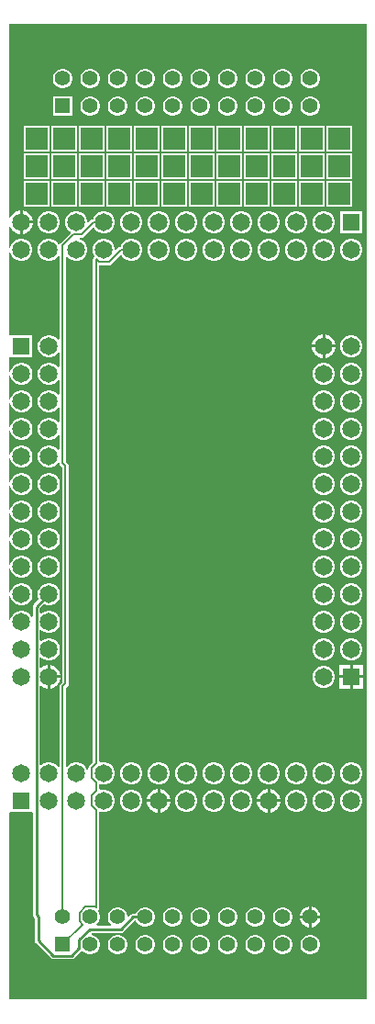
<source format=gbr>
%TF.GenerationSoftware,Altium Limited,Altium Designer,23.4.1 (23)*%
G04 Layer_Physical_Order=2*
G04 Layer_Color=16711680*
%FSLAX45Y45*%
%MOMM*%
%TF.SameCoordinates,3C8645F9-427F-4EF9-BD5D-D69B0DC8593D*%
%TF.FilePolarity,Positive*%
%TF.FileFunction,Copper,L2,Bot,Signal*%
%TF.Part,Single*%
G01*
G75*
%TA.AperFunction,Conductor*%
%ADD10C,0.20000*%
%ADD15C,0.25400*%
%TA.AperFunction,ComponentPad*%
%ADD16C,1.65000*%
%ADD17R,1.65000X1.65000*%
%ADD18R,1.65000X1.65000*%
%TA.AperFunction,ViaPad*%
%ADD19R,2.00000X2.00000*%
%TA.AperFunction,ComponentPad*%
%ADD20R,1.39000X1.39000*%
%ADD21C,1.39000*%
G36*
X3314700Y0D02*
X12700D01*
Y1725913D01*
X23500Y1730500D01*
X25400Y1730500D01*
X218759D01*
X228500Y1730500D01*
X231460Y1719026D01*
Y782950D01*
X233997Y770191D01*
X241225Y759375D01*
X252409Y748190D01*
Y545006D01*
X254947Y532247D01*
X262175Y521430D01*
X401380Y382225D01*
X412197Y374997D01*
X424955Y372460D01*
X591045D01*
X603803Y374997D01*
X614620Y382225D01*
X679276Y446881D01*
X685532Y450353D01*
X696165Y447262D01*
X707046Y436382D01*
X727454Y424599D01*
X750217Y418500D01*
X773783D01*
X796546Y424599D01*
X816954Y436382D01*
X833618Y453046D01*
X845401Y473454D01*
X851500Y496217D01*
Y519783D01*
X845401Y542546D01*
X833618Y562954D01*
X816954Y579618D01*
X796546Y591401D01*
X778360Y596274D01*
X773194Y607010D01*
X772996Y610200D01*
X776660Y615018D01*
X1046891D01*
X1059650Y617556D01*
X1070466Y624783D01*
X1174342Y728659D01*
X1186276D01*
X1186599Y727454D01*
X1198382Y707046D01*
X1215046Y690382D01*
X1235454Y678599D01*
X1258217Y672500D01*
X1281783D01*
X1304546Y678599D01*
X1324954Y690382D01*
X1341618Y707046D01*
X1353401Y727454D01*
X1359500Y750217D01*
Y773783D01*
X1353401Y796546D01*
X1341618Y816954D01*
X1324954Y833618D01*
X1304546Y845401D01*
X1281783Y851500D01*
X1258217D01*
X1235454Y845401D01*
X1215046Y833618D01*
X1198382Y816954D01*
X1186599Y796546D01*
X1186276Y795341D01*
X1160532D01*
X1147773Y792803D01*
X1136957Y785575D01*
X1117233Y765851D01*
X1105500Y770712D01*
Y773783D01*
X1099401Y796546D01*
X1087618Y816954D01*
X1070954Y833618D01*
X1050546Y845401D01*
X1027783Y851500D01*
X1004217D01*
X981454Y845401D01*
X961046Y833618D01*
X944382Y816954D01*
X932599Y796546D01*
X926500Y773783D01*
Y750217D01*
X932599Y727454D01*
X944382Y707046D01*
X957029Y694399D01*
X951768Y681699D01*
X826232D01*
X820971Y694399D01*
X833618Y707046D01*
X845401Y727454D01*
X851500Y750217D01*
Y773783D01*
X845401Y796546D01*
X833618Y816954D01*
X834074Y821582D01*
X839504Y825210D01*
X846134Y835134D01*
X848463Y846839D01*
Y1727047D01*
X858538Y1734778D01*
X874506Y1730500D01*
X901494D01*
X927564Y1737485D01*
X950936Y1750979D01*
X970020Y1770064D01*
X983515Y1793436D01*
X990500Y1819506D01*
Y1846494D01*
X983515Y1872563D01*
X970020Y1895936D01*
X950936Y1915020D01*
X927564Y1928515D01*
X901494Y1935500D01*
X874506D01*
X858538Y1931221D01*
X848463Y1938953D01*
Y1981047D01*
X858538Y1988778D01*
X874506Y1984500D01*
X901494D01*
X927564Y1991485D01*
X950936Y2004979D01*
X970020Y2024064D01*
X983515Y2047436D01*
X990500Y2073506D01*
Y2100494D01*
X983515Y2126563D01*
X970020Y2149936D01*
X950936Y2169020D01*
X927564Y2182515D01*
X901494Y2189500D01*
X874506D01*
X858538Y2185221D01*
X848463Y2192953D01*
Y6769912D01*
X934598D01*
X934599Y6769912D01*
X946304Y6772241D01*
X956228Y6778871D01*
X1040686Y6863330D01*
X1053278Y6861672D01*
X1059980Y6850064D01*
X1079064Y6830979D01*
X1102436Y6817485D01*
X1128506Y6810500D01*
X1155494D01*
X1181564Y6817485D01*
X1204936Y6830979D01*
X1224020Y6850064D01*
X1237515Y6873436D01*
X1244500Y6899506D01*
Y6926494D01*
X1237515Y6952563D01*
X1224020Y6975936D01*
X1204936Y6995020D01*
X1181564Y7008515D01*
X1155494Y7015500D01*
X1128506D01*
X1102436Y7008515D01*
X1079064Y6995020D01*
X1059980Y6975936D01*
X1046485Y6952563D01*
X1043910Y6942954D01*
X1035393Y6941259D01*
X1025470Y6934629D01*
X1025469Y6934628D01*
X1002233Y6911392D01*
X990500Y6916252D01*
Y6926494D01*
X983515Y6952563D01*
X970020Y6975936D01*
X950936Y6995020D01*
X927564Y7008515D01*
X901494Y7015500D01*
X874506D01*
X848436Y7008515D01*
X825064Y6995020D01*
X805980Y6975936D01*
X792485Y6952563D01*
X785500Y6926494D01*
Y6899506D01*
X792485Y6873436D01*
X805107Y6851575D01*
X796246Y6845655D01*
X789616Y6835732D01*
X787287Y6824026D01*
X787287Y6824025D01*
Y2188643D01*
X753871Y2155228D01*
X747241Y2145304D01*
X744912Y2133599D01*
X744912Y2133597D01*
Y2118167D01*
X732212Y2116496D01*
X729515Y2126563D01*
X716020Y2149936D01*
X696936Y2169020D01*
X673564Y2182515D01*
X647494Y2189500D01*
X620506D01*
X594436Y2182515D01*
X571064Y2169020D01*
X551980Y2149936D01*
X550855Y2147989D01*
X538588Y2151276D01*
Y2874663D01*
X555129Y2891204D01*
X561759Y2901127D01*
X564088Y2912833D01*
Y4920292D01*
X561759Y4931997D01*
X555129Y4941921D01*
X538588Y4958462D01*
Y6848724D01*
X550855Y6852011D01*
X551980Y6850064D01*
X571064Y6830979D01*
X594436Y6817485D01*
X620506Y6810500D01*
X647494D01*
X673564Y6817485D01*
X696936Y6830979D01*
X716020Y6850064D01*
X729515Y6873436D01*
X736500Y6899506D01*
Y6926494D01*
X729515Y6952563D01*
X716020Y6975936D01*
X696936Y6995020D01*
X673564Y7008515D01*
X663496Y7011212D01*
X665168Y7023912D01*
X680598D01*
X680599Y7023912D01*
X692304Y7026241D01*
X702228Y7032871D01*
X786686Y7117330D01*
X799278Y7115672D01*
X805980Y7104064D01*
X825064Y7084979D01*
X848436Y7071485D01*
X874506Y7064500D01*
X901494D01*
X927564Y7071485D01*
X950936Y7084979D01*
X970020Y7104064D01*
X983515Y7127436D01*
X990500Y7153506D01*
Y7180494D01*
X983515Y7206563D01*
X970020Y7229936D01*
X950936Y7249020D01*
X927564Y7262515D01*
X901494Y7269500D01*
X874506D01*
X848436Y7262515D01*
X825064Y7249020D01*
X805980Y7229936D01*
X792485Y7206563D01*
X789910Y7196954D01*
X781393Y7195259D01*
X771470Y7188629D01*
X771469Y7188628D01*
X748233Y7165392D01*
X736500Y7170252D01*
Y7180494D01*
X729515Y7206563D01*
X716020Y7229936D01*
X696936Y7249020D01*
X673564Y7262515D01*
X647494Y7269500D01*
X620506D01*
X594436Y7262515D01*
X571064Y7249020D01*
X551980Y7229936D01*
X538485Y7206563D01*
X531500Y7180494D01*
Y7153506D01*
X538485Y7127436D01*
X551980Y7104064D01*
X571064Y7084979D01*
X578138Y7080895D01*
X579796Y7068303D01*
X486371Y6974879D01*
X481503Y6967592D01*
X471766Y6966240D01*
X467194Y6966976D01*
X462020Y6975936D01*
X442936Y6995020D01*
X419564Y7008515D01*
X393494Y7015500D01*
X366506D01*
X340436Y7008515D01*
X317064Y6995020D01*
X297980Y6975936D01*
X284485Y6952563D01*
X277500Y6926494D01*
Y6899506D01*
X284485Y6873436D01*
X297980Y6850064D01*
X317064Y6830979D01*
X340436Y6817485D01*
X366506Y6810500D01*
X393494D01*
X419564Y6817485D01*
X442936Y6830979D01*
X462020Y6850064D01*
X464712Y6854726D01*
X477412Y6851323D01*
Y6087409D01*
X464712Y6084006D01*
X463020Y6086936D01*
X443936Y6106020D01*
X420564Y6119515D01*
X394494Y6126500D01*
X367506D01*
X341436Y6119515D01*
X318064Y6106020D01*
X298980Y6086936D01*
X285485Y6063563D01*
X278500Y6037494D01*
Y6010506D01*
X285485Y5984436D01*
X298980Y5961064D01*
X318064Y5941979D01*
X341436Y5928485D01*
X367506Y5921500D01*
X394494D01*
X420564Y5928485D01*
X443936Y5941979D01*
X463020Y5961064D01*
X464712Y5963994D01*
X477412Y5960591D01*
Y5833409D01*
X464712Y5830006D01*
X463020Y5832936D01*
X443936Y5852020D01*
X420564Y5865515D01*
X394494Y5872500D01*
X367506D01*
X341436Y5865515D01*
X318064Y5852020D01*
X298980Y5832936D01*
X285485Y5809563D01*
X278500Y5783494D01*
Y5756506D01*
X285485Y5730436D01*
X298980Y5707064D01*
X318064Y5687979D01*
X341436Y5674485D01*
X367506Y5667500D01*
X394494D01*
X420564Y5674485D01*
X443936Y5687979D01*
X463020Y5707064D01*
X464712Y5709994D01*
X477412Y5706591D01*
Y5579409D01*
X464712Y5576006D01*
X463020Y5578936D01*
X443936Y5598020D01*
X420564Y5611515D01*
X394494Y5618500D01*
X367506D01*
X341436Y5611515D01*
X318064Y5598020D01*
X298980Y5578936D01*
X285485Y5555563D01*
X278500Y5529494D01*
Y5502506D01*
X285485Y5476436D01*
X298980Y5453064D01*
X318064Y5433979D01*
X341436Y5420485D01*
X367506Y5413500D01*
X394494D01*
X420564Y5420485D01*
X443936Y5433979D01*
X463020Y5453064D01*
X464712Y5455994D01*
X477412Y5452591D01*
Y5325409D01*
X464712Y5322006D01*
X463020Y5324936D01*
X443936Y5344020D01*
X420564Y5357515D01*
X394494Y5364500D01*
X367506D01*
X341436Y5357515D01*
X318064Y5344020D01*
X298980Y5324936D01*
X285485Y5301563D01*
X278500Y5275494D01*
Y5248506D01*
X285485Y5222436D01*
X298980Y5199064D01*
X318064Y5179979D01*
X341436Y5166485D01*
X367506Y5159500D01*
X394494D01*
X420564Y5166485D01*
X443936Y5179979D01*
X463020Y5199064D01*
X464712Y5201994D01*
X477412Y5198591D01*
Y5071409D01*
X464712Y5068006D01*
X463020Y5070936D01*
X443936Y5090020D01*
X420564Y5103515D01*
X394494Y5110500D01*
X367506D01*
X341436Y5103515D01*
X318064Y5090020D01*
X298980Y5070936D01*
X285485Y5047563D01*
X278500Y5021494D01*
Y4994506D01*
X285485Y4968436D01*
X298980Y4945064D01*
X318064Y4925979D01*
X341436Y4912485D01*
X367506Y4905500D01*
X394494D01*
X420564Y4912485D01*
X443936Y4925979D01*
X463020Y4945064D01*
X464712Y4947994D01*
X475352Y4946150D01*
X477590Y4944898D01*
X479741Y4934086D01*
X486371Y4924163D01*
X502912Y4907622D01*
Y2925503D01*
X486371Y2908962D01*
X479741Y2899038D01*
X477412Y2887333D01*
X477412Y2887332D01*
Y2148677D01*
X464712Y2145274D01*
X462020Y2149936D01*
X442936Y2169020D01*
X419564Y2182515D01*
X393494Y2189500D01*
X366506D01*
X340436Y2182515D01*
X317064Y2169020D01*
X309874Y2161831D01*
X298141Y2166691D01*
Y2889672D01*
X309874Y2894532D01*
X314748Y2889658D01*
X339352Y2875453D01*
X366795Y2868100D01*
X368300D01*
Y2976000D01*
Y3083900D01*
X366795D01*
X339352Y3076547D01*
X314748Y3062341D01*
X309874Y3057467D01*
X298141Y3062328D01*
Y3149942D01*
X310841Y3155202D01*
X318064Y3147979D01*
X341436Y3134485D01*
X367506Y3127500D01*
X394494D01*
X420564Y3134485D01*
X443936Y3147979D01*
X463020Y3167064D01*
X476515Y3190436D01*
X483500Y3216506D01*
Y3243494D01*
X476515Y3269563D01*
X463020Y3292936D01*
X443936Y3312020D01*
X420564Y3325515D01*
X394494Y3332500D01*
X367506D01*
X341436Y3325515D01*
X318064Y3312020D01*
X310841Y3304797D01*
X298141Y3310058D01*
Y3403942D01*
X310841Y3409202D01*
X318064Y3401979D01*
X341436Y3388485D01*
X367506Y3381500D01*
X394494D01*
X420564Y3388485D01*
X443936Y3401979D01*
X463020Y3421064D01*
X476515Y3444436D01*
X483500Y3470506D01*
Y3497494D01*
X476515Y3523563D01*
X463020Y3546936D01*
X443936Y3566020D01*
X420564Y3579515D01*
X394494Y3586500D01*
X367506D01*
X341436Y3579515D01*
X318064Y3566020D01*
X310841Y3558797D01*
X298141Y3564058D01*
Y3607990D01*
X335857Y3645706D01*
X341436Y3642485D01*
X367506Y3635500D01*
X394494D01*
X420564Y3642485D01*
X443936Y3655979D01*
X463020Y3675064D01*
X476515Y3698436D01*
X483500Y3724506D01*
Y3751494D01*
X476515Y3777563D01*
X463020Y3800936D01*
X443936Y3820020D01*
X420564Y3833515D01*
X394494Y3840500D01*
X367506D01*
X341436Y3833515D01*
X318064Y3820020D01*
X298980Y3800936D01*
X285485Y3777563D01*
X278500Y3751494D01*
Y3724506D01*
X285485Y3698436D01*
X288707Y3692857D01*
X241225Y3645375D01*
X233997Y3634559D01*
X231460Y3621800D01*
Y3533471D01*
X218760Y3530068D01*
X209020Y3546936D01*
X189936Y3566020D01*
X166564Y3579515D01*
X140494Y3586500D01*
X113506D01*
X87436Y3579515D01*
X64064Y3566020D01*
X44980Y3546936D01*
X31485Y3523563D01*
X25400Y3500853D01*
X12700Y3502525D01*
Y3719475D01*
X25400Y3721147D01*
X31485Y3698436D01*
X44980Y3675064D01*
X64064Y3655979D01*
X87436Y3642485D01*
X113506Y3635500D01*
X140494D01*
X166564Y3642485D01*
X189936Y3655979D01*
X209020Y3675064D01*
X222515Y3698436D01*
X229500Y3724506D01*
Y3751494D01*
X222515Y3777563D01*
X209020Y3800936D01*
X189936Y3820020D01*
X166564Y3833515D01*
X140494Y3840500D01*
X113506D01*
X87436Y3833515D01*
X64064Y3820020D01*
X44980Y3800936D01*
X31485Y3777563D01*
X25400Y3754853D01*
X12700Y3756525D01*
Y3973475D01*
X25400Y3975147D01*
X31485Y3952436D01*
X44980Y3929064D01*
X64064Y3909979D01*
X87436Y3896485D01*
X113506Y3889500D01*
X140494D01*
X166564Y3896485D01*
X189936Y3909979D01*
X209020Y3929064D01*
X222515Y3952436D01*
X229500Y3978506D01*
Y4005494D01*
X222515Y4031563D01*
X209020Y4054936D01*
X189936Y4074020D01*
X166564Y4087515D01*
X140494Y4094500D01*
X113506D01*
X87436Y4087515D01*
X64064Y4074020D01*
X44980Y4054936D01*
X31485Y4031563D01*
X25400Y4008853D01*
X12700Y4010525D01*
Y4227475D01*
X25400Y4229147D01*
X31485Y4206436D01*
X44980Y4183064D01*
X64064Y4163979D01*
X87436Y4150485D01*
X113506Y4143500D01*
X140494D01*
X166564Y4150485D01*
X189936Y4163979D01*
X209020Y4183064D01*
X222515Y4206436D01*
X229500Y4232506D01*
Y4259494D01*
X222515Y4285563D01*
X209020Y4308936D01*
X189936Y4328020D01*
X166564Y4341515D01*
X140494Y4348500D01*
X113506D01*
X87436Y4341515D01*
X64064Y4328020D01*
X44980Y4308936D01*
X31485Y4285563D01*
X25400Y4262853D01*
X12700Y4264525D01*
Y4481475D01*
X25400Y4483147D01*
X31485Y4460436D01*
X44980Y4437064D01*
X64064Y4417979D01*
X87436Y4404485D01*
X113506Y4397500D01*
X140494D01*
X166564Y4404485D01*
X189936Y4417979D01*
X209020Y4437064D01*
X222515Y4460436D01*
X229500Y4486506D01*
Y4513494D01*
X222515Y4539563D01*
X209020Y4562936D01*
X189936Y4582020D01*
X166564Y4595515D01*
X140494Y4602500D01*
X113506D01*
X87436Y4595515D01*
X64064Y4582020D01*
X44980Y4562936D01*
X31485Y4539563D01*
X25400Y4516853D01*
X12700Y4518525D01*
Y4735475D01*
X25400Y4737147D01*
X31485Y4714436D01*
X44980Y4691064D01*
X64064Y4671979D01*
X87436Y4658485D01*
X113506Y4651500D01*
X140494D01*
X166564Y4658485D01*
X189936Y4671979D01*
X209020Y4691064D01*
X222515Y4714436D01*
X229500Y4740506D01*
Y4767494D01*
X222515Y4793563D01*
X209020Y4816936D01*
X189936Y4836020D01*
X166564Y4849515D01*
X140494Y4856500D01*
X113506D01*
X87436Y4849515D01*
X64064Y4836020D01*
X44980Y4816936D01*
X31485Y4793563D01*
X25400Y4770853D01*
X12700Y4772525D01*
Y4989475D01*
X25400Y4991147D01*
X31485Y4968436D01*
X44980Y4945064D01*
X64064Y4925979D01*
X87436Y4912485D01*
X113506Y4905500D01*
X140494D01*
X166564Y4912485D01*
X189936Y4925979D01*
X209020Y4945064D01*
X222515Y4968436D01*
X229500Y4994506D01*
Y5021494D01*
X222515Y5047563D01*
X209020Y5070936D01*
X189936Y5090020D01*
X166564Y5103515D01*
X140494Y5110500D01*
X113506D01*
X87436Y5103515D01*
X64064Y5090020D01*
X44980Y5070936D01*
X31485Y5047563D01*
X25400Y5024853D01*
X12700Y5026525D01*
Y5243475D01*
X25400Y5245147D01*
X31485Y5222436D01*
X44980Y5199064D01*
X64064Y5179979D01*
X87436Y5166485D01*
X113506Y5159500D01*
X140494D01*
X166564Y5166485D01*
X189936Y5179979D01*
X209020Y5199064D01*
X222515Y5222436D01*
X229500Y5248506D01*
Y5275494D01*
X222515Y5301563D01*
X209020Y5324936D01*
X189936Y5344020D01*
X166564Y5357515D01*
X140494Y5364500D01*
X113506D01*
X87436Y5357515D01*
X64064Y5344020D01*
X44980Y5324936D01*
X31485Y5301563D01*
X25400Y5278853D01*
X12700Y5280525D01*
Y5497475D01*
X25400Y5499147D01*
X31485Y5476436D01*
X44980Y5453064D01*
X64064Y5433979D01*
X87436Y5420485D01*
X113506Y5413500D01*
X140494D01*
X166564Y5420485D01*
X189936Y5433979D01*
X209020Y5453064D01*
X222515Y5476436D01*
X229500Y5502506D01*
Y5529494D01*
X222515Y5555563D01*
X209020Y5578936D01*
X189936Y5598020D01*
X166564Y5611515D01*
X140494Y5618500D01*
X113506D01*
X87436Y5611515D01*
X64064Y5598020D01*
X44980Y5578936D01*
X31485Y5555563D01*
X25400Y5532853D01*
X12700Y5534525D01*
Y5751475D01*
X25400Y5753147D01*
X31485Y5730436D01*
X44980Y5707064D01*
X64064Y5687979D01*
X87436Y5674485D01*
X113506Y5667500D01*
X140494D01*
X166564Y5674485D01*
X189936Y5687979D01*
X209020Y5707064D01*
X222515Y5730436D01*
X229500Y5756506D01*
Y5783494D01*
X222515Y5809563D01*
X209020Y5832936D01*
X189936Y5852020D01*
X166564Y5865515D01*
X140494Y5872500D01*
X113506D01*
X87436Y5865515D01*
X64064Y5852020D01*
X44980Y5832936D01*
X31485Y5809563D01*
X25400Y5786853D01*
X12700Y5788525D01*
Y5919327D01*
X24500Y5921500D01*
X25400Y5921500D01*
X229500D01*
Y6126500D01*
X25400D01*
X24500Y6126500D01*
X12700Y6128673D01*
Y6890743D01*
X25400Y6892415D01*
X30485Y6873436D01*
X43980Y6850064D01*
X63064Y6830979D01*
X86436Y6817485D01*
X112506Y6810500D01*
X139494D01*
X165564Y6817485D01*
X188936Y6830979D01*
X208020Y6850064D01*
X221515Y6873436D01*
X228500Y6899506D01*
Y6926494D01*
X221515Y6952563D01*
X208020Y6975936D01*
X188936Y6995020D01*
X165564Y7008515D01*
X139494Y7015500D01*
X112506D01*
X86436Y7008515D01*
X63064Y6995020D01*
X43980Y6975936D01*
X30485Y6952563D01*
X25400Y6933585D01*
X12700Y6935257D01*
Y7123878D01*
X25400Y7125550D01*
X25453Y7125352D01*
X39659Y7100748D01*
X59748Y7080658D01*
X84352Y7066453D01*
X111795Y7059100D01*
X113300D01*
Y7167000D01*
Y7274900D01*
X111795D01*
X84352Y7267547D01*
X59748Y7253341D01*
X39659Y7233252D01*
X25453Y7208648D01*
X25400Y7208450D01*
X12700Y7210122D01*
Y8991600D01*
X3314700D01*
Y0D01*
D02*
G37*
%LPC*%
G36*
X2805783Y8581500D02*
X2782217D01*
X2759454Y8575401D01*
X2739046Y8563618D01*
X2722382Y8546954D01*
X2710599Y8526546D01*
X2704500Y8503783D01*
Y8480217D01*
X2710599Y8457454D01*
X2722382Y8437046D01*
X2739046Y8420382D01*
X2759454Y8408599D01*
X2782217Y8402500D01*
X2805783D01*
X2828546Y8408599D01*
X2848954Y8420382D01*
X2865618Y8437046D01*
X2877401Y8457454D01*
X2883500Y8480217D01*
Y8503783D01*
X2877401Y8526546D01*
X2865618Y8546954D01*
X2848954Y8563618D01*
X2828546Y8575401D01*
X2805783Y8581500D01*
D02*
G37*
G36*
X2551783D02*
X2528217D01*
X2505454Y8575401D01*
X2485046Y8563618D01*
X2468382Y8546954D01*
X2456599Y8526546D01*
X2450500Y8503783D01*
Y8480217D01*
X2456599Y8457454D01*
X2468382Y8437046D01*
X2485046Y8420382D01*
X2505454Y8408599D01*
X2528217Y8402500D01*
X2551783D01*
X2574546Y8408599D01*
X2594954Y8420382D01*
X2611618Y8437046D01*
X2623401Y8457454D01*
X2629500Y8480217D01*
Y8503783D01*
X2623401Y8526546D01*
X2611618Y8546954D01*
X2594954Y8563618D01*
X2574546Y8575401D01*
X2551783Y8581500D01*
D02*
G37*
G36*
X2297783D02*
X2274217D01*
X2251454Y8575401D01*
X2231046Y8563618D01*
X2214382Y8546954D01*
X2202599Y8526546D01*
X2196500Y8503783D01*
Y8480217D01*
X2202599Y8457454D01*
X2214382Y8437046D01*
X2231046Y8420382D01*
X2251454Y8408599D01*
X2274217Y8402500D01*
X2297783D01*
X2320546Y8408599D01*
X2340954Y8420382D01*
X2357618Y8437046D01*
X2369401Y8457454D01*
X2375500Y8480217D01*
Y8503783D01*
X2369401Y8526546D01*
X2357618Y8546954D01*
X2340954Y8563618D01*
X2320546Y8575401D01*
X2297783Y8581500D01*
D02*
G37*
G36*
X2043783D02*
X2020217D01*
X1997454Y8575401D01*
X1977046Y8563618D01*
X1960382Y8546954D01*
X1948599Y8526546D01*
X1942500Y8503783D01*
Y8480217D01*
X1948599Y8457454D01*
X1960382Y8437046D01*
X1977046Y8420382D01*
X1997454Y8408599D01*
X2020217Y8402500D01*
X2043783D01*
X2066546Y8408599D01*
X2086954Y8420382D01*
X2103618Y8437046D01*
X2115401Y8457454D01*
X2121500Y8480217D01*
Y8503783D01*
X2115401Y8526546D01*
X2103618Y8546954D01*
X2086954Y8563618D01*
X2066546Y8575401D01*
X2043783Y8581500D01*
D02*
G37*
G36*
X1789783D02*
X1766217D01*
X1743454Y8575401D01*
X1723046Y8563618D01*
X1706382Y8546954D01*
X1694599Y8526546D01*
X1688500Y8503783D01*
Y8480217D01*
X1694599Y8457454D01*
X1706382Y8437046D01*
X1723046Y8420382D01*
X1743454Y8408599D01*
X1766217Y8402500D01*
X1789783D01*
X1812546Y8408599D01*
X1832954Y8420382D01*
X1849618Y8437046D01*
X1861401Y8457454D01*
X1867500Y8480217D01*
Y8503783D01*
X1861401Y8526546D01*
X1849618Y8546954D01*
X1832954Y8563618D01*
X1812546Y8575401D01*
X1789783Y8581500D01*
D02*
G37*
G36*
X1535783D02*
X1512217D01*
X1489454Y8575401D01*
X1469046Y8563618D01*
X1452382Y8546954D01*
X1440599Y8526546D01*
X1434500Y8503783D01*
Y8480217D01*
X1440599Y8457454D01*
X1452382Y8437046D01*
X1469046Y8420382D01*
X1489454Y8408599D01*
X1512217Y8402500D01*
X1535783D01*
X1558546Y8408599D01*
X1578954Y8420382D01*
X1595618Y8437046D01*
X1607401Y8457454D01*
X1613500Y8480217D01*
Y8503783D01*
X1607401Y8526546D01*
X1595618Y8546954D01*
X1578954Y8563618D01*
X1558546Y8575401D01*
X1535783Y8581500D01*
D02*
G37*
G36*
X1281783D02*
X1258217D01*
X1235454Y8575401D01*
X1215046Y8563618D01*
X1198382Y8546954D01*
X1186599Y8526546D01*
X1180500Y8503783D01*
Y8480217D01*
X1186599Y8457454D01*
X1198382Y8437046D01*
X1215046Y8420382D01*
X1235454Y8408599D01*
X1258217Y8402500D01*
X1281783D01*
X1304546Y8408599D01*
X1324954Y8420382D01*
X1341618Y8437046D01*
X1353401Y8457454D01*
X1359500Y8480217D01*
Y8503783D01*
X1353401Y8526546D01*
X1341618Y8546954D01*
X1324954Y8563618D01*
X1304546Y8575401D01*
X1281783Y8581500D01*
D02*
G37*
G36*
X1027783D02*
X1004217D01*
X981454Y8575401D01*
X961046Y8563618D01*
X944382Y8546954D01*
X932599Y8526546D01*
X926500Y8503783D01*
Y8480217D01*
X932599Y8457454D01*
X944382Y8437046D01*
X961046Y8420382D01*
X981454Y8408599D01*
X1004217Y8402500D01*
X1027783D01*
X1050546Y8408599D01*
X1070954Y8420382D01*
X1087618Y8437046D01*
X1099401Y8457454D01*
X1105500Y8480217D01*
Y8503783D01*
X1099401Y8526546D01*
X1087618Y8546954D01*
X1070954Y8563618D01*
X1050546Y8575401D01*
X1027783Y8581500D01*
D02*
G37*
G36*
X773783D02*
X750217D01*
X727454Y8575401D01*
X707046Y8563618D01*
X690382Y8546954D01*
X678599Y8526546D01*
X672500Y8503783D01*
Y8480217D01*
X678599Y8457454D01*
X690382Y8437046D01*
X707046Y8420382D01*
X727454Y8408599D01*
X750217Y8402500D01*
X773783D01*
X796546Y8408599D01*
X816954Y8420382D01*
X833618Y8437046D01*
X845401Y8457454D01*
X851500Y8480217D01*
Y8503783D01*
X845401Y8526546D01*
X833618Y8546954D01*
X816954Y8563618D01*
X796546Y8575401D01*
X773783Y8581500D01*
D02*
G37*
G36*
X519783D02*
X496217D01*
X473454Y8575401D01*
X453046Y8563618D01*
X436382Y8546954D01*
X424599Y8526546D01*
X418500Y8503783D01*
Y8480217D01*
X424599Y8457454D01*
X436382Y8437046D01*
X453046Y8420382D01*
X473454Y8408599D01*
X496217Y8402500D01*
X519783D01*
X542546Y8408599D01*
X562954Y8420382D01*
X579618Y8437046D01*
X591401Y8457454D01*
X597500Y8480217D01*
Y8503783D01*
X591401Y8526546D01*
X579618Y8546954D01*
X562954Y8563618D01*
X542546Y8575401D01*
X519783Y8581500D01*
D02*
G37*
G36*
X2805783Y8327500D02*
X2782217D01*
X2759454Y8321401D01*
X2739046Y8309618D01*
X2722382Y8292954D01*
X2710599Y8272546D01*
X2704500Y8249783D01*
Y8226217D01*
X2710599Y8203454D01*
X2722382Y8183046D01*
X2739046Y8166382D01*
X2759454Y8154599D01*
X2782217Y8148500D01*
X2805783D01*
X2828546Y8154599D01*
X2848954Y8166382D01*
X2865618Y8183046D01*
X2877401Y8203454D01*
X2883500Y8226217D01*
Y8249783D01*
X2877401Y8272546D01*
X2865618Y8292954D01*
X2848954Y8309618D01*
X2828546Y8321401D01*
X2805783Y8327500D01*
D02*
G37*
G36*
X2551783D02*
X2528217D01*
X2505454Y8321401D01*
X2485046Y8309618D01*
X2468382Y8292954D01*
X2456599Y8272546D01*
X2450500Y8249783D01*
Y8226217D01*
X2456599Y8203454D01*
X2468382Y8183046D01*
X2485046Y8166382D01*
X2505454Y8154599D01*
X2528217Y8148500D01*
X2551783D01*
X2574546Y8154599D01*
X2594954Y8166382D01*
X2611618Y8183046D01*
X2623401Y8203454D01*
X2629500Y8226217D01*
Y8249783D01*
X2623401Y8272546D01*
X2611618Y8292954D01*
X2594954Y8309618D01*
X2574546Y8321401D01*
X2551783Y8327500D01*
D02*
G37*
G36*
X2297783D02*
X2274217D01*
X2251454Y8321401D01*
X2231046Y8309618D01*
X2214382Y8292954D01*
X2202599Y8272546D01*
X2196500Y8249783D01*
Y8226217D01*
X2202599Y8203454D01*
X2214382Y8183046D01*
X2231046Y8166382D01*
X2251454Y8154599D01*
X2274217Y8148500D01*
X2297783D01*
X2320546Y8154599D01*
X2340954Y8166382D01*
X2357618Y8183046D01*
X2369401Y8203454D01*
X2375500Y8226217D01*
Y8249783D01*
X2369401Y8272546D01*
X2357618Y8292954D01*
X2340954Y8309618D01*
X2320546Y8321401D01*
X2297783Y8327500D01*
D02*
G37*
G36*
X2043783D02*
X2020217D01*
X1997454Y8321401D01*
X1977046Y8309618D01*
X1960382Y8292954D01*
X1948599Y8272546D01*
X1942500Y8249783D01*
Y8226217D01*
X1948599Y8203454D01*
X1960382Y8183046D01*
X1977046Y8166382D01*
X1997454Y8154599D01*
X2020217Y8148500D01*
X2043783D01*
X2066546Y8154599D01*
X2086954Y8166382D01*
X2103618Y8183046D01*
X2115401Y8203454D01*
X2121500Y8226217D01*
Y8249783D01*
X2115401Y8272546D01*
X2103618Y8292954D01*
X2086954Y8309618D01*
X2066546Y8321401D01*
X2043783Y8327500D01*
D02*
G37*
G36*
X1789783D02*
X1766217D01*
X1743454Y8321401D01*
X1723046Y8309618D01*
X1706382Y8292954D01*
X1694599Y8272546D01*
X1688500Y8249783D01*
Y8226217D01*
X1694599Y8203454D01*
X1706382Y8183046D01*
X1723046Y8166382D01*
X1743454Y8154599D01*
X1766217Y8148500D01*
X1789783D01*
X1812546Y8154599D01*
X1832954Y8166382D01*
X1849618Y8183046D01*
X1861401Y8203454D01*
X1867500Y8226217D01*
Y8249783D01*
X1861401Y8272546D01*
X1849618Y8292954D01*
X1832954Y8309618D01*
X1812546Y8321401D01*
X1789783Y8327500D01*
D02*
G37*
G36*
X1535783D02*
X1512217D01*
X1489454Y8321401D01*
X1469046Y8309618D01*
X1452382Y8292954D01*
X1440599Y8272546D01*
X1434500Y8249783D01*
Y8226217D01*
X1440599Y8203454D01*
X1452382Y8183046D01*
X1469046Y8166382D01*
X1489454Y8154599D01*
X1512217Y8148500D01*
X1535783D01*
X1558546Y8154599D01*
X1578954Y8166382D01*
X1595618Y8183046D01*
X1607401Y8203454D01*
X1613500Y8226217D01*
Y8249783D01*
X1607401Y8272546D01*
X1595618Y8292954D01*
X1578954Y8309618D01*
X1558546Y8321401D01*
X1535783Y8327500D01*
D02*
G37*
G36*
X1281783D02*
X1258217D01*
X1235454Y8321401D01*
X1215046Y8309618D01*
X1198382Y8292954D01*
X1186599Y8272546D01*
X1180500Y8249783D01*
Y8226217D01*
X1186599Y8203454D01*
X1198382Y8183046D01*
X1215046Y8166382D01*
X1235454Y8154599D01*
X1258217Y8148500D01*
X1281783D01*
X1304546Y8154599D01*
X1324954Y8166382D01*
X1341618Y8183046D01*
X1353401Y8203454D01*
X1359500Y8226217D01*
Y8249783D01*
X1353401Y8272546D01*
X1341618Y8292954D01*
X1324954Y8309618D01*
X1304546Y8321401D01*
X1281783Y8327500D01*
D02*
G37*
G36*
X1027783D02*
X1004217D01*
X981454Y8321401D01*
X961046Y8309618D01*
X944382Y8292954D01*
X932599Y8272546D01*
X926500Y8249783D01*
Y8226217D01*
X932599Y8203454D01*
X944382Y8183046D01*
X961046Y8166382D01*
X981454Y8154599D01*
X1004217Y8148500D01*
X1027783D01*
X1050546Y8154599D01*
X1070954Y8166382D01*
X1087618Y8183046D01*
X1099401Y8203454D01*
X1105500Y8226217D01*
Y8249783D01*
X1099401Y8272546D01*
X1087618Y8292954D01*
X1070954Y8309618D01*
X1050546Y8321401D01*
X1027783Y8327500D01*
D02*
G37*
G36*
X773783D02*
X750217D01*
X727454Y8321401D01*
X707046Y8309618D01*
X690382Y8292954D01*
X678599Y8272546D01*
X672500Y8249783D01*
Y8226217D01*
X678599Y8203454D01*
X690382Y8183046D01*
X707046Y8166382D01*
X727454Y8154599D01*
X750217Y8148500D01*
X773783D01*
X796546Y8154599D01*
X816954Y8166382D01*
X833618Y8183046D01*
X845401Y8203454D01*
X851500Y8226217D01*
Y8249783D01*
X845401Y8272546D01*
X833618Y8292954D01*
X816954Y8309618D01*
X796546Y8321401D01*
X773783Y8327500D01*
D02*
G37*
G36*
X597500D02*
X418500D01*
Y8148500D01*
X597500D01*
Y8327500D01*
D02*
G37*
G36*
X3183875Y8057500D02*
X2943875D01*
Y7817500D01*
X3183875D01*
Y8057500D01*
D02*
G37*
G36*
X2929875D02*
X2689875D01*
Y7817500D01*
X2929875D01*
Y8057500D01*
D02*
G37*
G36*
X2675875D02*
X2435875D01*
Y7817500D01*
X2675875D01*
Y8057500D01*
D02*
G37*
G36*
X2421875D02*
X2181875D01*
Y7817500D01*
X2421875D01*
Y8057500D01*
D02*
G37*
G36*
X2167875D02*
X1927875D01*
Y7817500D01*
X2167875D01*
Y8057500D01*
D02*
G37*
G36*
X1913875D02*
X1673875D01*
Y7817500D01*
X1913875D01*
Y8057500D01*
D02*
G37*
G36*
X1659875D02*
X1419875D01*
Y7817500D01*
X1659875D01*
Y8057500D01*
D02*
G37*
G36*
X1405875D02*
X1165875D01*
Y7817500D01*
X1405875D01*
Y8057500D01*
D02*
G37*
G36*
X1151875D02*
X911875D01*
Y7817500D01*
X1151875D01*
Y8057500D01*
D02*
G37*
G36*
X897875D02*
X657875D01*
Y7817500D01*
X897875D01*
Y8057500D01*
D02*
G37*
G36*
X643875D02*
X403875D01*
Y7817500D01*
X643875D01*
Y8057500D01*
D02*
G37*
G36*
X389875D02*
X149875D01*
Y7817500D01*
X389875D01*
Y8057500D01*
D02*
G37*
G36*
X3183875Y7803500D02*
X2943875D01*
Y7563500D01*
X3183875D01*
Y7803500D01*
D02*
G37*
G36*
X2929875D02*
X2689875D01*
Y7563500D01*
X2929875D01*
Y7803500D01*
D02*
G37*
G36*
X2675875D02*
X2435875D01*
Y7563500D01*
X2675875D01*
Y7803500D01*
D02*
G37*
G36*
X2421875D02*
X2181875D01*
Y7563500D01*
X2421875D01*
Y7803500D01*
D02*
G37*
G36*
X2167875D02*
X1927875D01*
Y7563500D01*
X2167875D01*
Y7803500D01*
D02*
G37*
G36*
X1913875D02*
X1673875D01*
Y7563500D01*
X1913875D01*
Y7803500D01*
D02*
G37*
G36*
X1659875D02*
X1419875D01*
Y7563500D01*
X1659875D01*
Y7803500D01*
D02*
G37*
G36*
X1405875D02*
X1165875D01*
Y7563500D01*
X1405875D01*
Y7803500D01*
D02*
G37*
G36*
X1151875D02*
X911875D01*
Y7563500D01*
X1151875D01*
Y7803500D01*
D02*
G37*
G36*
X897875D02*
X657875D01*
Y7563500D01*
X897875D01*
Y7803500D01*
D02*
G37*
G36*
X643875D02*
X403875D01*
Y7563500D01*
X643875D01*
Y7803500D01*
D02*
G37*
G36*
X389875D02*
X149875D01*
Y7563500D01*
X389875D01*
Y7803500D01*
D02*
G37*
G36*
X3183875Y7549500D02*
X2943875D01*
Y7309500D01*
X3183875D01*
Y7549500D01*
D02*
G37*
G36*
X2929875D02*
X2689875D01*
Y7309500D01*
X2929875D01*
Y7549500D01*
D02*
G37*
G36*
X2675875D02*
X2435875D01*
Y7309500D01*
X2675875D01*
Y7549500D01*
D02*
G37*
G36*
X2421875D02*
X2181875D01*
Y7309500D01*
X2421875D01*
Y7549500D01*
D02*
G37*
G36*
X2167875D02*
X1927875D01*
Y7309500D01*
X2167875D01*
Y7549500D01*
D02*
G37*
G36*
X1913875D02*
X1673875D01*
Y7309500D01*
X1913875D01*
Y7549500D01*
D02*
G37*
G36*
X1659875D02*
X1419875D01*
Y7309500D01*
X1659875D01*
Y7549500D01*
D02*
G37*
G36*
X1405875D02*
X1165875D01*
Y7309500D01*
X1405875D01*
Y7549500D01*
D02*
G37*
G36*
X1151875D02*
X911875D01*
Y7309500D01*
X1151875D01*
Y7549500D01*
D02*
G37*
G36*
X897875D02*
X657875D01*
Y7309500D01*
X897875D01*
Y7549500D01*
D02*
G37*
G36*
X643875D02*
X403875D01*
Y7309500D01*
X643875D01*
Y7549500D01*
D02*
G37*
G36*
X389875D02*
X149875D01*
Y7309500D01*
X389875D01*
Y7549500D01*
D02*
G37*
G36*
X140205Y7274900D02*
X138700D01*
Y7179700D01*
X233900D01*
Y7181205D01*
X226547Y7208648D01*
X212341Y7233252D01*
X192252Y7253341D01*
X167648Y7267547D01*
X140205Y7274900D01*
D02*
G37*
G36*
X3276500Y7269500D02*
X3071500D01*
Y7064500D01*
X3276500D01*
Y7269500D01*
D02*
G37*
G36*
X2933494D02*
X2906506D01*
X2880436Y7262515D01*
X2857064Y7249020D01*
X2837980Y7229936D01*
X2824485Y7206563D01*
X2817500Y7180494D01*
Y7153506D01*
X2824485Y7127436D01*
X2837980Y7104064D01*
X2857064Y7084979D01*
X2880436Y7071485D01*
X2906506Y7064500D01*
X2933494D01*
X2959564Y7071485D01*
X2982936Y7084979D01*
X3002020Y7104064D01*
X3015515Y7127436D01*
X3022500Y7153506D01*
Y7180494D01*
X3015515Y7206563D01*
X3002020Y7229936D01*
X2982936Y7249020D01*
X2959564Y7262515D01*
X2933494Y7269500D01*
D02*
G37*
G36*
X2679494D02*
X2652506D01*
X2626436Y7262515D01*
X2603064Y7249020D01*
X2583980Y7229936D01*
X2570485Y7206563D01*
X2563500Y7180494D01*
Y7153506D01*
X2570485Y7127436D01*
X2583980Y7104064D01*
X2603064Y7084979D01*
X2626436Y7071485D01*
X2652506Y7064500D01*
X2679494D01*
X2705564Y7071485D01*
X2728936Y7084979D01*
X2748020Y7104064D01*
X2761515Y7127436D01*
X2768500Y7153506D01*
Y7180494D01*
X2761515Y7206563D01*
X2748020Y7229936D01*
X2728936Y7249020D01*
X2705564Y7262515D01*
X2679494Y7269500D01*
D02*
G37*
G36*
X2425494D02*
X2398506D01*
X2372436Y7262515D01*
X2349064Y7249020D01*
X2329980Y7229936D01*
X2316485Y7206563D01*
X2309500Y7180494D01*
Y7153506D01*
X2316485Y7127436D01*
X2329980Y7104064D01*
X2349064Y7084979D01*
X2372436Y7071485D01*
X2398506Y7064500D01*
X2425494D01*
X2451564Y7071485D01*
X2474936Y7084979D01*
X2494020Y7104064D01*
X2507515Y7127436D01*
X2514500Y7153506D01*
Y7180494D01*
X2507515Y7206563D01*
X2494020Y7229936D01*
X2474936Y7249020D01*
X2451564Y7262515D01*
X2425494Y7269500D01*
D02*
G37*
G36*
X2171494D02*
X2144506D01*
X2118436Y7262515D01*
X2095064Y7249020D01*
X2075980Y7229936D01*
X2062485Y7206563D01*
X2055500Y7180494D01*
Y7153506D01*
X2062485Y7127436D01*
X2075980Y7104064D01*
X2095064Y7084979D01*
X2118436Y7071485D01*
X2144506Y7064500D01*
X2171494D01*
X2197564Y7071485D01*
X2220936Y7084979D01*
X2240020Y7104064D01*
X2253515Y7127436D01*
X2260500Y7153506D01*
Y7180494D01*
X2253515Y7206563D01*
X2240020Y7229936D01*
X2220936Y7249020D01*
X2197564Y7262515D01*
X2171494Y7269500D01*
D02*
G37*
G36*
X1917494D02*
X1890506D01*
X1864436Y7262515D01*
X1841064Y7249020D01*
X1821980Y7229936D01*
X1808485Y7206563D01*
X1801500Y7180494D01*
Y7153506D01*
X1808485Y7127436D01*
X1821980Y7104064D01*
X1841064Y7084979D01*
X1864436Y7071485D01*
X1890506Y7064500D01*
X1917494D01*
X1943564Y7071485D01*
X1966936Y7084979D01*
X1986020Y7104064D01*
X1999515Y7127436D01*
X2006500Y7153506D01*
Y7180494D01*
X1999515Y7206563D01*
X1986020Y7229936D01*
X1966936Y7249020D01*
X1943564Y7262515D01*
X1917494Y7269500D01*
D02*
G37*
G36*
X1663494D02*
X1636506D01*
X1610436Y7262515D01*
X1587064Y7249020D01*
X1567980Y7229936D01*
X1554485Y7206563D01*
X1547500Y7180494D01*
Y7153506D01*
X1554485Y7127436D01*
X1567980Y7104064D01*
X1587064Y7084979D01*
X1610436Y7071485D01*
X1636506Y7064500D01*
X1663494D01*
X1689564Y7071485D01*
X1712936Y7084979D01*
X1732020Y7104064D01*
X1745515Y7127436D01*
X1752500Y7153506D01*
Y7180494D01*
X1745515Y7206563D01*
X1732020Y7229936D01*
X1712936Y7249020D01*
X1689564Y7262515D01*
X1663494Y7269500D01*
D02*
G37*
G36*
X1409494D02*
X1382506D01*
X1356436Y7262515D01*
X1333064Y7249020D01*
X1313980Y7229936D01*
X1300485Y7206563D01*
X1293500Y7180494D01*
Y7153506D01*
X1300485Y7127436D01*
X1313980Y7104064D01*
X1333064Y7084979D01*
X1356436Y7071485D01*
X1382506Y7064500D01*
X1409494D01*
X1435564Y7071485D01*
X1458936Y7084979D01*
X1478020Y7104064D01*
X1491515Y7127436D01*
X1498500Y7153506D01*
Y7180494D01*
X1491515Y7206563D01*
X1478020Y7229936D01*
X1458936Y7249020D01*
X1435564Y7262515D01*
X1409494Y7269500D01*
D02*
G37*
G36*
X1155494D02*
X1128506D01*
X1102436Y7262515D01*
X1079064Y7249020D01*
X1059980Y7229936D01*
X1046485Y7206563D01*
X1039500Y7180494D01*
Y7153506D01*
X1046485Y7127436D01*
X1059980Y7104064D01*
X1079064Y7084979D01*
X1102436Y7071485D01*
X1128506Y7064500D01*
X1155494D01*
X1181564Y7071485D01*
X1204936Y7084979D01*
X1224020Y7104064D01*
X1237515Y7127436D01*
X1244500Y7153506D01*
Y7180494D01*
X1237515Y7206563D01*
X1224020Y7229936D01*
X1204936Y7249020D01*
X1181564Y7262515D01*
X1155494Y7269500D01*
D02*
G37*
G36*
X393494D02*
X366506D01*
X340436Y7262515D01*
X317064Y7249020D01*
X297980Y7229936D01*
X284485Y7206563D01*
X277500Y7180494D01*
Y7153506D01*
X284485Y7127436D01*
X297980Y7104064D01*
X317064Y7084979D01*
X340436Y7071485D01*
X366506Y7064500D01*
X393494D01*
X419564Y7071485D01*
X442936Y7084979D01*
X462020Y7104064D01*
X475515Y7127436D01*
X482500Y7153506D01*
Y7180494D01*
X475515Y7206563D01*
X462020Y7229936D01*
X442936Y7249020D01*
X419564Y7262515D01*
X393494Y7269500D01*
D02*
G37*
G36*
X233900Y7154300D02*
X138700D01*
Y7059100D01*
X140205D01*
X167648Y7066453D01*
X192252Y7080658D01*
X212341Y7100748D01*
X226547Y7125352D01*
X233900Y7152795D01*
Y7154300D01*
D02*
G37*
G36*
X3187494Y7015500D02*
X3160506D01*
X3134436Y7008515D01*
X3111064Y6995020D01*
X3091980Y6975936D01*
X3078485Y6952563D01*
X3071500Y6926494D01*
Y6899506D01*
X3078485Y6873436D01*
X3091980Y6850064D01*
X3111064Y6830979D01*
X3134436Y6817485D01*
X3160506Y6810500D01*
X3187494D01*
X3213564Y6817485D01*
X3236936Y6830979D01*
X3256020Y6850064D01*
X3269515Y6873436D01*
X3276500Y6899506D01*
Y6926494D01*
X3269515Y6952563D01*
X3256020Y6975936D01*
X3236936Y6995020D01*
X3213564Y7008515D01*
X3187494Y7015500D01*
D02*
G37*
G36*
X2933494D02*
X2906506D01*
X2880436Y7008515D01*
X2857064Y6995020D01*
X2837980Y6975936D01*
X2824485Y6952563D01*
X2817500Y6926494D01*
Y6899506D01*
X2824485Y6873436D01*
X2837980Y6850064D01*
X2857064Y6830979D01*
X2880436Y6817485D01*
X2906506Y6810500D01*
X2933494D01*
X2959564Y6817485D01*
X2982936Y6830979D01*
X3002020Y6850064D01*
X3015515Y6873436D01*
X3022500Y6899506D01*
Y6926494D01*
X3015515Y6952563D01*
X3002020Y6975936D01*
X2982936Y6995020D01*
X2959564Y7008515D01*
X2933494Y7015500D01*
D02*
G37*
G36*
X2679494D02*
X2652506D01*
X2626436Y7008515D01*
X2603064Y6995020D01*
X2583980Y6975936D01*
X2570485Y6952563D01*
X2563500Y6926494D01*
Y6899506D01*
X2570485Y6873436D01*
X2583980Y6850064D01*
X2603064Y6830979D01*
X2626436Y6817485D01*
X2652506Y6810500D01*
X2679494D01*
X2705564Y6817485D01*
X2728936Y6830979D01*
X2748020Y6850064D01*
X2761515Y6873436D01*
X2768500Y6899506D01*
Y6926494D01*
X2761515Y6952563D01*
X2748020Y6975936D01*
X2728936Y6995020D01*
X2705564Y7008515D01*
X2679494Y7015500D01*
D02*
G37*
G36*
X2425494D02*
X2398506D01*
X2372436Y7008515D01*
X2349064Y6995020D01*
X2329980Y6975936D01*
X2316485Y6952563D01*
X2309500Y6926494D01*
Y6899506D01*
X2316485Y6873436D01*
X2329980Y6850064D01*
X2349064Y6830979D01*
X2372436Y6817485D01*
X2398506Y6810500D01*
X2425494D01*
X2451564Y6817485D01*
X2474936Y6830979D01*
X2494020Y6850064D01*
X2507515Y6873436D01*
X2514500Y6899506D01*
Y6926494D01*
X2507515Y6952563D01*
X2494020Y6975936D01*
X2474936Y6995020D01*
X2451564Y7008515D01*
X2425494Y7015500D01*
D02*
G37*
G36*
X2171494D02*
X2144506D01*
X2118436Y7008515D01*
X2095064Y6995020D01*
X2075980Y6975936D01*
X2062485Y6952563D01*
X2055500Y6926494D01*
Y6899506D01*
X2062485Y6873436D01*
X2075980Y6850064D01*
X2095064Y6830979D01*
X2118436Y6817485D01*
X2144506Y6810500D01*
X2171494D01*
X2197564Y6817485D01*
X2220936Y6830979D01*
X2240020Y6850064D01*
X2253515Y6873436D01*
X2260500Y6899506D01*
Y6926494D01*
X2253515Y6952563D01*
X2240020Y6975936D01*
X2220936Y6995020D01*
X2197564Y7008515D01*
X2171494Y7015500D01*
D02*
G37*
G36*
X1917494D02*
X1890506D01*
X1864436Y7008515D01*
X1841064Y6995020D01*
X1821980Y6975936D01*
X1808485Y6952563D01*
X1801500Y6926494D01*
Y6899506D01*
X1808485Y6873436D01*
X1821980Y6850064D01*
X1841064Y6830979D01*
X1864436Y6817485D01*
X1890506Y6810500D01*
X1917494D01*
X1943564Y6817485D01*
X1966936Y6830979D01*
X1986020Y6850064D01*
X1999515Y6873436D01*
X2006500Y6899506D01*
Y6926494D01*
X1999515Y6952563D01*
X1986020Y6975936D01*
X1966936Y6995020D01*
X1943564Y7008515D01*
X1917494Y7015500D01*
D02*
G37*
G36*
X1663494D02*
X1636506D01*
X1610436Y7008515D01*
X1587064Y6995020D01*
X1567980Y6975936D01*
X1554485Y6952563D01*
X1547500Y6926494D01*
Y6899506D01*
X1554485Y6873436D01*
X1567980Y6850064D01*
X1587064Y6830979D01*
X1610436Y6817485D01*
X1636506Y6810500D01*
X1663494D01*
X1689564Y6817485D01*
X1712936Y6830979D01*
X1732020Y6850064D01*
X1745515Y6873436D01*
X1752500Y6899506D01*
Y6926494D01*
X1745515Y6952563D01*
X1732020Y6975936D01*
X1712936Y6995020D01*
X1689564Y7008515D01*
X1663494Y7015500D01*
D02*
G37*
G36*
X1409494D02*
X1382506D01*
X1356436Y7008515D01*
X1333064Y6995020D01*
X1313980Y6975936D01*
X1300485Y6952563D01*
X1293500Y6926494D01*
Y6899506D01*
X1300485Y6873436D01*
X1313980Y6850064D01*
X1333064Y6830979D01*
X1356436Y6817485D01*
X1382506Y6810500D01*
X1409494D01*
X1435564Y6817485D01*
X1458936Y6830979D01*
X1478020Y6850064D01*
X1491515Y6873436D01*
X1498500Y6899506D01*
Y6926494D01*
X1491515Y6952563D01*
X1478020Y6975936D01*
X1458936Y6995020D01*
X1435564Y7008515D01*
X1409494Y7015500D01*
D02*
G37*
G36*
X2933205Y6131900D02*
X2931700D01*
Y6036700D01*
X3026900D01*
Y6038205D01*
X3019547Y6065648D01*
X3005341Y6090252D01*
X2985252Y6110341D01*
X2960648Y6124547D01*
X2933205Y6131900D01*
D02*
G37*
G36*
X2906300D02*
X2904795D01*
X2877352Y6124547D01*
X2852748Y6110341D01*
X2832659Y6090252D01*
X2818453Y6065648D01*
X2811100Y6038205D01*
Y6036700D01*
X2906300D01*
Y6131900D01*
D02*
G37*
G36*
X3186494Y6126500D02*
X3159506D01*
X3133436Y6119515D01*
X3110064Y6106020D01*
X3090980Y6086936D01*
X3077485Y6063563D01*
X3070500Y6037494D01*
Y6010506D01*
X3077485Y5984436D01*
X3090980Y5961064D01*
X3110064Y5941979D01*
X3133436Y5928485D01*
X3159506Y5921500D01*
X3186494D01*
X3212564Y5928485D01*
X3235936Y5941979D01*
X3255020Y5961064D01*
X3268515Y5984436D01*
X3275500Y6010506D01*
Y6037494D01*
X3268515Y6063563D01*
X3255020Y6086936D01*
X3235936Y6106020D01*
X3212564Y6119515D01*
X3186494Y6126500D01*
D02*
G37*
G36*
X3026900Y6011300D02*
X2931700D01*
Y5916100D01*
X2933205D01*
X2960648Y5923453D01*
X2985252Y5937658D01*
X3005341Y5957748D01*
X3019547Y5982352D01*
X3026900Y6009795D01*
Y6011300D01*
D02*
G37*
G36*
X2906300D02*
X2811100D01*
Y6009795D01*
X2818453Y5982352D01*
X2832659Y5957748D01*
X2852748Y5937658D01*
X2877352Y5923453D01*
X2904795Y5916100D01*
X2906300D01*
Y6011300D01*
D02*
G37*
G36*
X3186494Y5872500D02*
X3159506D01*
X3133436Y5865515D01*
X3110064Y5852020D01*
X3090980Y5832936D01*
X3077485Y5809563D01*
X3070500Y5783494D01*
Y5756506D01*
X3077485Y5730436D01*
X3090980Y5707064D01*
X3110064Y5687979D01*
X3133436Y5674485D01*
X3159506Y5667500D01*
X3186494D01*
X3212564Y5674485D01*
X3235936Y5687979D01*
X3255020Y5707064D01*
X3268515Y5730436D01*
X3275500Y5756506D01*
Y5783494D01*
X3268515Y5809563D01*
X3255020Y5832936D01*
X3235936Y5852020D01*
X3212564Y5865515D01*
X3186494Y5872500D01*
D02*
G37*
G36*
X2932494D02*
X2905506D01*
X2879436Y5865515D01*
X2856064Y5852020D01*
X2836980Y5832936D01*
X2823485Y5809563D01*
X2816500Y5783494D01*
Y5756506D01*
X2823485Y5730436D01*
X2836980Y5707064D01*
X2856064Y5687979D01*
X2879436Y5674485D01*
X2905506Y5667500D01*
X2932494D01*
X2958564Y5674485D01*
X2981936Y5687979D01*
X3001020Y5707064D01*
X3014515Y5730436D01*
X3021500Y5756506D01*
Y5783494D01*
X3014515Y5809563D01*
X3001020Y5832936D01*
X2981936Y5852020D01*
X2958564Y5865515D01*
X2932494Y5872500D01*
D02*
G37*
G36*
X3186494Y5618500D02*
X3159506D01*
X3133436Y5611515D01*
X3110064Y5598020D01*
X3090980Y5578936D01*
X3077485Y5555563D01*
X3070500Y5529494D01*
Y5502506D01*
X3077485Y5476436D01*
X3090980Y5453064D01*
X3110064Y5433979D01*
X3133436Y5420485D01*
X3159506Y5413500D01*
X3186494D01*
X3212564Y5420485D01*
X3235936Y5433979D01*
X3255020Y5453064D01*
X3268515Y5476436D01*
X3275500Y5502506D01*
Y5529494D01*
X3268515Y5555563D01*
X3255020Y5578936D01*
X3235936Y5598020D01*
X3212564Y5611515D01*
X3186494Y5618500D01*
D02*
G37*
G36*
X2932494D02*
X2905506D01*
X2879436Y5611515D01*
X2856064Y5598020D01*
X2836980Y5578936D01*
X2823485Y5555563D01*
X2816500Y5529494D01*
Y5502506D01*
X2823485Y5476436D01*
X2836980Y5453064D01*
X2856064Y5433979D01*
X2879436Y5420485D01*
X2905506Y5413500D01*
X2932494D01*
X2958564Y5420485D01*
X2981936Y5433979D01*
X3001020Y5453064D01*
X3014515Y5476436D01*
X3021500Y5502506D01*
Y5529494D01*
X3014515Y5555563D01*
X3001020Y5578936D01*
X2981936Y5598020D01*
X2958564Y5611515D01*
X2932494Y5618500D01*
D02*
G37*
G36*
X3186494Y5364500D02*
X3159506D01*
X3133436Y5357515D01*
X3110064Y5344020D01*
X3090980Y5324936D01*
X3077485Y5301563D01*
X3070500Y5275494D01*
Y5248506D01*
X3077485Y5222436D01*
X3090980Y5199064D01*
X3110064Y5179979D01*
X3133436Y5166485D01*
X3159506Y5159500D01*
X3186494D01*
X3212564Y5166485D01*
X3235936Y5179979D01*
X3255020Y5199064D01*
X3268515Y5222436D01*
X3275500Y5248506D01*
Y5275494D01*
X3268515Y5301563D01*
X3255020Y5324936D01*
X3235936Y5344020D01*
X3212564Y5357515D01*
X3186494Y5364500D01*
D02*
G37*
G36*
X2932494D02*
X2905506D01*
X2879436Y5357515D01*
X2856064Y5344020D01*
X2836980Y5324936D01*
X2823485Y5301563D01*
X2816500Y5275494D01*
Y5248506D01*
X2823485Y5222436D01*
X2836980Y5199064D01*
X2856064Y5179979D01*
X2879436Y5166485D01*
X2905506Y5159500D01*
X2932494D01*
X2958564Y5166485D01*
X2981936Y5179979D01*
X3001020Y5199064D01*
X3014515Y5222436D01*
X3021500Y5248506D01*
Y5275494D01*
X3014515Y5301563D01*
X3001020Y5324936D01*
X2981936Y5344020D01*
X2958564Y5357515D01*
X2932494Y5364500D01*
D02*
G37*
G36*
X3186494Y5110500D02*
X3159506D01*
X3133436Y5103515D01*
X3110064Y5090020D01*
X3090980Y5070936D01*
X3077485Y5047563D01*
X3070500Y5021494D01*
Y4994506D01*
X3077485Y4968436D01*
X3090980Y4945064D01*
X3110064Y4925979D01*
X3133436Y4912485D01*
X3159506Y4905500D01*
X3186494D01*
X3212564Y4912485D01*
X3235936Y4925979D01*
X3255020Y4945064D01*
X3268515Y4968436D01*
X3275500Y4994506D01*
Y5021494D01*
X3268515Y5047563D01*
X3255020Y5070936D01*
X3235936Y5090020D01*
X3212564Y5103515D01*
X3186494Y5110500D01*
D02*
G37*
G36*
X2932494D02*
X2905506D01*
X2879436Y5103515D01*
X2856064Y5090020D01*
X2836980Y5070936D01*
X2823485Y5047563D01*
X2816500Y5021494D01*
Y4994506D01*
X2823485Y4968436D01*
X2836980Y4945064D01*
X2856064Y4925979D01*
X2879436Y4912485D01*
X2905506Y4905500D01*
X2932494D01*
X2958564Y4912485D01*
X2981936Y4925979D01*
X3001020Y4945064D01*
X3014515Y4968436D01*
X3021500Y4994506D01*
Y5021494D01*
X3014515Y5047563D01*
X3001020Y5070936D01*
X2981936Y5090020D01*
X2958564Y5103515D01*
X2932494Y5110500D01*
D02*
G37*
G36*
X3186494Y4856500D02*
X3159506D01*
X3133436Y4849515D01*
X3110064Y4836020D01*
X3090980Y4816936D01*
X3077485Y4793563D01*
X3070500Y4767494D01*
Y4740506D01*
X3077485Y4714436D01*
X3090980Y4691064D01*
X3110064Y4671979D01*
X3133436Y4658485D01*
X3159506Y4651500D01*
X3186494D01*
X3212564Y4658485D01*
X3235936Y4671979D01*
X3255020Y4691064D01*
X3268515Y4714436D01*
X3275500Y4740506D01*
Y4767494D01*
X3268515Y4793563D01*
X3255020Y4816936D01*
X3235936Y4836020D01*
X3212564Y4849515D01*
X3186494Y4856500D01*
D02*
G37*
G36*
X2932494D02*
X2905506D01*
X2879436Y4849515D01*
X2856064Y4836020D01*
X2836980Y4816936D01*
X2823485Y4793563D01*
X2816500Y4767494D01*
Y4740506D01*
X2823485Y4714436D01*
X2836980Y4691064D01*
X2856064Y4671979D01*
X2879436Y4658485D01*
X2905506Y4651500D01*
X2932494D01*
X2958564Y4658485D01*
X2981936Y4671979D01*
X3001020Y4691064D01*
X3014515Y4714436D01*
X3021500Y4740506D01*
Y4767494D01*
X3014515Y4793563D01*
X3001020Y4816936D01*
X2981936Y4836020D01*
X2958564Y4849515D01*
X2932494Y4856500D01*
D02*
G37*
G36*
X394494D02*
X367506D01*
X341436Y4849515D01*
X318064Y4836020D01*
X298980Y4816936D01*
X285485Y4793563D01*
X278500Y4767494D01*
Y4740506D01*
X285485Y4714436D01*
X298980Y4691064D01*
X318064Y4671979D01*
X341436Y4658485D01*
X367506Y4651500D01*
X394494D01*
X420564Y4658485D01*
X443936Y4671979D01*
X463020Y4691064D01*
X476515Y4714436D01*
X483500Y4740506D01*
Y4767494D01*
X476515Y4793563D01*
X463020Y4816936D01*
X443936Y4836020D01*
X420564Y4849515D01*
X394494Y4856500D01*
D02*
G37*
G36*
X3186494Y4602500D02*
X3159506D01*
X3133436Y4595515D01*
X3110064Y4582020D01*
X3090980Y4562936D01*
X3077485Y4539563D01*
X3070500Y4513494D01*
Y4486506D01*
X3077485Y4460436D01*
X3090980Y4437064D01*
X3110064Y4417979D01*
X3133436Y4404485D01*
X3159506Y4397500D01*
X3186494D01*
X3212564Y4404485D01*
X3235936Y4417979D01*
X3255020Y4437064D01*
X3268515Y4460436D01*
X3275500Y4486506D01*
Y4513494D01*
X3268515Y4539563D01*
X3255020Y4562936D01*
X3235936Y4582020D01*
X3212564Y4595515D01*
X3186494Y4602500D01*
D02*
G37*
G36*
X2932494D02*
X2905506D01*
X2879436Y4595515D01*
X2856064Y4582020D01*
X2836980Y4562936D01*
X2823485Y4539563D01*
X2816500Y4513494D01*
Y4486506D01*
X2823485Y4460436D01*
X2836980Y4437064D01*
X2856064Y4417979D01*
X2879436Y4404485D01*
X2905506Y4397500D01*
X2932494D01*
X2958564Y4404485D01*
X2981936Y4417979D01*
X3001020Y4437064D01*
X3014515Y4460436D01*
X3021500Y4486506D01*
Y4513494D01*
X3014515Y4539563D01*
X3001020Y4562936D01*
X2981936Y4582020D01*
X2958564Y4595515D01*
X2932494Y4602500D01*
D02*
G37*
G36*
X394494D02*
X367506D01*
X341436Y4595515D01*
X318064Y4582020D01*
X298980Y4562936D01*
X285485Y4539563D01*
X278500Y4513494D01*
Y4486506D01*
X285485Y4460436D01*
X298980Y4437064D01*
X318064Y4417979D01*
X341436Y4404485D01*
X367506Y4397500D01*
X394494D01*
X420564Y4404485D01*
X443936Y4417979D01*
X463020Y4437064D01*
X476515Y4460436D01*
X483500Y4486506D01*
Y4513494D01*
X476515Y4539563D01*
X463020Y4562936D01*
X443936Y4582020D01*
X420564Y4595515D01*
X394494Y4602500D01*
D02*
G37*
G36*
X3186494Y4348500D02*
X3159506D01*
X3133436Y4341515D01*
X3110064Y4328020D01*
X3090980Y4308936D01*
X3077485Y4285563D01*
X3070500Y4259494D01*
Y4232506D01*
X3077485Y4206436D01*
X3090980Y4183064D01*
X3110064Y4163979D01*
X3133436Y4150485D01*
X3159506Y4143500D01*
X3186494D01*
X3212564Y4150485D01*
X3235936Y4163979D01*
X3255020Y4183064D01*
X3268515Y4206436D01*
X3275500Y4232506D01*
Y4259494D01*
X3268515Y4285563D01*
X3255020Y4308936D01*
X3235936Y4328020D01*
X3212564Y4341515D01*
X3186494Y4348500D01*
D02*
G37*
G36*
X2932494D02*
X2905506D01*
X2879436Y4341515D01*
X2856064Y4328020D01*
X2836980Y4308936D01*
X2823485Y4285563D01*
X2816500Y4259494D01*
Y4232506D01*
X2823485Y4206436D01*
X2836980Y4183064D01*
X2856064Y4163979D01*
X2879436Y4150485D01*
X2905506Y4143500D01*
X2932494D01*
X2958564Y4150485D01*
X2981936Y4163979D01*
X3001020Y4183064D01*
X3014515Y4206436D01*
X3021500Y4232506D01*
Y4259494D01*
X3014515Y4285563D01*
X3001020Y4308936D01*
X2981936Y4328020D01*
X2958564Y4341515D01*
X2932494Y4348500D01*
D02*
G37*
G36*
X394494D02*
X367506D01*
X341436Y4341515D01*
X318064Y4328020D01*
X298980Y4308936D01*
X285485Y4285563D01*
X278500Y4259494D01*
Y4232506D01*
X285485Y4206436D01*
X298980Y4183064D01*
X318064Y4163979D01*
X341436Y4150485D01*
X367506Y4143500D01*
X394494D01*
X420564Y4150485D01*
X443936Y4163979D01*
X463020Y4183064D01*
X476515Y4206436D01*
X483500Y4232506D01*
Y4259494D01*
X476515Y4285563D01*
X463020Y4308936D01*
X443936Y4328020D01*
X420564Y4341515D01*
X394494Y4348500D01*
D02*
G37*
G36*
X3186494Y4094500D02*
X3159506D01*
X3133436Y4087515D01*
X3110064Y4074020D01*
X3090980Y4054936D01*
X3077485Y4031563D01*
X3070500Y4005494D01*
Y3978506D01*
X3077485Y3952436D01*
X3090980Y3929064D01*
X3110064Y3909979D01*
X3133436Y3896485D01*
X3159506Y3889500D01*
X3186494D01*
X3212564Y3896485D01*
X3235936Y3909979D01*
X3255020Y3929064D01*
X3268515Y3952436D01*
X3275500Y3978506D01*
Y4005494D01*
X3268515Y4031563D01*
X3255020Y4054936D01*
X3235936Y4074020D01*
X3212564Y4087515D01*
X3186494Y4094500D01*
D02*
G37*
G36*
X2932494D02*
X2905506D01*
X2879436Y4087515D01*
X2856064Y4074020D01*
X2836980Y4054936D01*
X2823485Y4031563D01*
X2816500Y4005494D01*
Y3978506D01*
X2823485Y3952436D01*
X2836980Y3929064D01*
X2856064Y3909979D01*
X2879436Y3896485D01*
X2905506Y3889500D01*
X2932494D01*
X2958564Y3896485D01*
X2981936Y3909979D01*
X3001020Y3929064D01*
X3014515Y3952436D01*
X3021500Y3978506D01*
Y4005494D01*
X3014515Y4031563D01*
X3001020Y4054936D01*
X2981936Y4074020D01*
X2958564Y4087515D01*
X2932494Y4094500D01*
D02*
G37*
G36*
X394494D02*
X367506D01*
X341436Y4087515D01*
X318064Y4074020D01*
X298980Y4054936D01*
X285485Y4031563D01*
X278500Y4005494D01*
Y3978506D01*
X285485Y3952436D01*
X298980Y3929064D01*
X318064Y3909979D01*
X341436Y3896485D01*
X367506Y3889500D01*
X394494D01*
X420564Y3896485D01*
X443936Y3909979D01*
X463020Y3929064D01*
X476515Y3952436D01*
X483500Y3978506D01*
Y4005494D01*
X476515Y4031563D01*
X463020Y4054936D01*
X443936Y4074020D01*
X420564Y4087515D01*
X394494Y4094500D01*
D02*
G37*
G36*
X3186494Y3840500D02*
X3159506D01*
X3133436Y3833515D01*
X3110064Y3820020D01*
X3090980Y3800936D01*
X3077485Y3777563D01*
X3070500Y3751494D01*
Y3724506D01*
X3077485Y3698436D01*
X3090980Y3675064D01*
X3110064Y3655979D01*
X3133436Y3642485D01*
X3159506Y3635500D01*
X3186494D01*
X3212564Y3642485D01*
X3235936Y3655979D01*
X3255020Y3675064D01*
X3268515Y3698436D01*
X3275500Y3724506D01*
Y3751494D01*
X3268515Y3777563D01*
X3255020Y3800936D01*
X3235936Y3820020D01*
X3212564Y3833515D01*
X3186494Y3840500D01*
D02*
G37*
G36*
X2932494D02*
X2905506D01*
X2879436Y3833515D01*
X2856064Y3820020D01*
X2836980Y3800936D01*
X2823485Y3777563D01*
X2816500Y3751494D01*
Y3724506D01*
X2823485Y3698436D01*
X2836980Y3675064D01*
X2856064Y3655979D01*
X2879436Y3642485D01*
X2905506Y3635500D01*
X2932494D01*
X2958564Y3642485D01*
X2981936Y3655979D01*
X3001020Y3675064D01*
X3014515Y3698436D01*
X3021500Y3724506D01*
Y3751494D01*
X3014515Y3777563D01*
X3001020Y3800936D01*
X2981936Y3820020D01*
X2958564Y3833515D01*
X2932494Y3840500D01*
D02*
G37*
G36*
X3186494Y3586500D02*
X3159506D01*
X3133436Y3579515D01*
X3110064Y3566020D01*
X3090980Y3546936D01*
X3077485Y3523563D01*
X3070500Y3497494D01*
Y3470506D01*
X3077485Y3444436D01*
X3090980Y3421064D01*
X3110064Y3401979D01*
X3133436Y3388485D01*
X3159506Y3381500D01*
X3186494D01*
X3212564Y3388485D01*
X3235936Y3401979D01*
X3255020Y3421064D01*
X3268515Y3444436D01*
X3275500Y3470506D01*
Y3497494D01*
X3268515Y3523563D01*
X3255020Y3546936D01*
X3235936Y3566020D01*
X3212564Y3579515D01*
X3186494Y3586500D01*
D02*
G37*
G36*
X2932494D02*
X2905506D01*
X2879436Y3579515D01*
X2856064Y3566020D01*
X2836980Y3546936D01*
X2823485Y3523563D01*
X2816500Y3497494D01*
Y3470506D01*
X2823485Y3444436D01*
X2836980Y3421064D01*
X2856064Y3401979D01*
X2879436Y3388485D01*
X2905506Y3381500D01*
X2932494D01*
X2958564Y3388485D01*
X2981936Y3401979D01*
X3001020Y3421064D01*
X3014515Y3444436D01*
X3021500Y3470506D01*
Y3497494D01*
X3014515Y3523563D01*
X3001020Y3546936D01*
X2981936Y3566020D01*
X2958564Y3579515D01*
X2932494Y3586500D01*
D02*
G37*
G36*
X3186494Y3332500D02*
X3159506D01*
X3133436Y3325515D01*
X3110064Y3312020D01*
X3090980Y3292936D01*
X3077485Y3269563D01*
X3070500Y3243494D01*
Y3216506D01*
X3077485Y3190436D01*
X3090980Y3167064D01*
X3110064Y3147979D01*
X3133436Y3134485D01*
X3159506Y3127500D01*
X3186494D01*
X3212564Y3134485D01*
X3235936Y3147979D01*
X3255020Y3167064D01*
X3268515Y3190436D01*
X3275500Y3216506D01*
Y3243494D01*
X3268515Y3269563D01*
X3255020Y3292936D01*
X3235936Y3312020D01*
X3212564Y3325515D01*
X3186494Y3332500D01*
D02*
G37*
G36*
X2932494D02*
X2905506D01*
X2879436Y3325515D01*
X2856064Y3312020D01*
X2836980Y3292936D01*
X2823485Y3269563D01*
X2816500Y3243494D01*
Y3216506D01*
X2823485Y3190436D01*
X2836980Y3167064D01*
X2856064Y3147979D01*
X2879436Y3134485D01*
X2905506Y3127500D01*
X2932494D01*
X2958564Y3134485D01*
X2981936Y3147979D01*
X3001020Y3167064D01*
X3014515Y3190436D01*
X3021500Y3216506D01*
Y3243494D01*
X3014515Y3269563D01*
X3001020Y3292936D01*
X2981936Y3312020D01*
X2958564Y3325515D01*
X2932494Y3332500D01*
D02*
G37*
G36*
X3280900Y3083900D02*
X3185700D01*
Y2988700D01*
X3280900D01*
Y3083900D01*
D02*
G37*
G36*
X395205D02*
X393700D01*
Y2988700D01*
X488900D01*
Y2990205D01*
X481547Y3017648D01*
X467341Y3042252D01*
X447252Y3062341D01*
X422648Y3076547D01*
X395205Y3083900D01*
D02*
G37*
G36*
X3160300D02*
X3065100D01*
Y2988700D01*
X3160300D01*
Y3083900D01*
D02*
G37*
G36*
X2932494Y3078500D02*
X2905506D01*
X2879436Y3071515D01*
X2856064Y3058020D01*
X2836980Y3038936D01*
X2823485Y3015563D01*
X2816500Y2989494D01*
Y2962506D01*
X2823485Y2936436D01*
X2836980Y2913064D01*
X2856064Y2893979D01*
X2879436Y2880485D01*
X2905506Y2873500D01*
X2932494D01*
X2958564Y2880485D01*
X2981936Y2893979D01*
X3001020Y2913064D01*
X3014515Y2936436D01*
X3021500Y2962506D01*
Y2989494D01*
X3014515Y3015563D01*
X3001020Y3038936D01*
X2981936Y3058020D01*
X2958564Y3071515D01*
X2932494Y3078500D01*
D02*
G37*
G36*
X3280900Y2963300D02*
X3185700D01*
Y2868100D01*
X3280900D01*
Y2963300D01*
D02*
G37*
G36*
X3160300D02*
X3065100D01*
Y2868100D01*
X3160300D01*
Y2963300D01*
D02*
G37*
G36*
X488900D02*
X393700D01*
Y2868100D01*
X395205D01*
X422648Y2875453D01*
X447252Y2889658D01*
X467341Y2909748D01*
X481547Y2934352D01*
X488900Y2961795D01*
Y2963300D01*
D02*
G37*
G36*
X3187494Y2189500D02*
X3160506D01*
X3134436Y2182515D01*
X3111064Y2169020D01*
X3091980Y2149936D01*
X3078485Y2126563D01*
X3071500Y2100494D01*
Y2073506D01*
X3078485Y2047436D01*
X3091980Y2024064D01*
X3111064Y2004979D01*
X3134436Y1991485D01*
X3160506Y1984500D01*
X3187494D01*
X3213564Y1991485D01*
X3236936Y2004979D01*
X3256020Y2024064D01*
X3269515Y2047436D01*
X3276500Y2073506D01*
Y2100494D01*
X3269515Y2126563D01*
X3256020Y2149936D01*
X3236936Y2169020D01*
X3213564Y2182515D01*
X3187494Y2189500D01*
D02*
G37*
G36*
X2933494D02*
X2906506D01*
X2880436Y2182515D01*
X2857064Y2169020D01*
X2837980Y2149936D01*
X2824485Y2126563D01*
X2817500Y2100494D01*
Y2073506D01*
X2824485Y2047436D01*
X2837980Y2024064D01*
X2857064Y2004979D01*
X2880436Y1991485D01*
X2906506Y1984500D01*
X2933494D01*
X2959564Y1991485D01*
X2982936Y2004979D01*
X3002020Y2024064D01*
X3015515Y2047436D01*
X3022500Y2073506D01*
Y2100494D01*
X3015515Y2126563D01*
X3002020Y2149936D01*
X2982936Y2169020D01*
X2959564Y2182515D01*
X2933494Y2189500D01*
D02*
G37*
G36*
X2679494D02*
X2652506D01*
X2626436Y2182515D01*
X2603064Y2169020D01*
X2583980Y2149936D01*
X2570485Y2126563D01*
X2563500Y2100494D01*
Y2073506D01*
X2570485Y2047436D01*
X2583980Y2024064D01*
X2603064Y2004979D01*
X2626436Y1991485D01*
X2652506Y1984500D01*
X2679494D01*
X2705564Y1991485D01*
X2728936Y2004979D01*
X2748020Y2024064D01*
X2761515Y2047436D01*
X2768500Y2073506D01*
Y2100494D01*
X2761515Y2126563D01*
X2748020Y2149936D01*
X2728936Y2169020D01*
X2705564Y2182515D01*
X2679494Y2189500D01*
D02*
G37*
G36*
X2425494D02*
X2398506D01*
X2372436Y2182515D01*
X2349064Y2169020D01*
X2329980Y2149936D01*
X2316485Y2126563D01*
X2309500Y2100494D01*
Y2073506D01*
X2316485Y2047436D01*
X2329980Y2024064D01*
X2349064Y2004979D01*
X2372436Y1991485D01*
X2398506Y1984500D01*
X2425494D01*
X2451564Y1991485D01*
X2474936Y2004979D01*
X2494020Y2024064D01*
X2507515Y2047436D01*
X2514500Y2073506D01*
Y2100494D01*
X2507515Y2126563D01*
X2494020Y2149936D01*
X2474936Y2169020D01*
X2451564Y2182515D01*
X2425494Y2189500D01*
D02*
G37*
G36*
X2171494D02*
X2144506D01*
X2118436Y2182515D01*
X2095064Y2169020D01*
X2075980Y2149936D01*
X2062485Y2126563D01*
X2055500Y2100494D01*
Y2073506D01*
X2062485Y2047436D01*
X2075980Y2024064D01*
X2095064Y2004979D01*
X2118436Y1991485D01*
X2144506Y1984500D01*
X2171494D01*
X2197564Y1991485D01*
X2220936Y2004979D01*
X2240020Y2024064D01*
X2253515Y2047436D01*
X2260500Y2073506D01*
Y2100494D01*
X2253515Y2126563D01*
X2240020Y2149936D01*
X2220936Y2169020D01*
X2197564Y2182515D01*
X2171494Y2189500D01*
D02*
G37*
G36*
X1917494D02*
X1890506D01*
X1864436Y2182515D01*
X1841064Y2169020D01*
X1821980Y2149936D01*
X1808485Y2126563D01*
X1801500Y2100494D01*
Y2073506D01*
X1808485Y2047436D01*
X1821980Y2024064D01*
X1841064Y2004979D01*
X1864436Y1991485D01*
X1890506Y1984500D01*
X1917494D01*
X1943564Y1991485D01*
X1966936Y2004979D01*
X1986020Y2024064D01*
X1999515Y2047436D01*
X2006500Y2073506D01*
Y2100494D01*
X1999515Y2126563D01*
X1986020Y2149936D01*
X1966936Y2169020D01*
X1943564Y2182515D01*
X1917494Y2189500D01*
D02*
G37*
G36*
X1663494D02*
X1636506D01*
X1610436Y2182515D01*
X1587064Y2169020D01*
X1567980Y2149936D01*
X1554485Y2126563D01*
X1547500Y2100494D01*
Y2073506D01*
X1554485Y2047436D01*
X1567980Y2024064D01*
X1587064Y2004979D01*
X1610436Y1991485D01*
X1636506Y1984500D01*
X1663494D01*
X1689564Y1991485D01*
X1712936Y2004979D01*
X1732020Y2024064D01*
X1745515Y2047436D01*
X1752500Y2073506D01*
Y2100494D01*
X1745515Y2126563D01*
X1732020Y2149936D01*
X1712936Y2169020D01*
X1689564Y2182515D01*
X1663494Y2189500D01*
D02*
G37*
G36*
X1409494D02*
X1382506D01*
X1356436Y2182515D01*
X1333064Y2169020D01*
X1313980Y2149936D01*
X1300485Y2126563D01*
X1293500Y2100494D01*
Y2073506D01*
X1300485Y2047436D01*
X1313980Y2024064D01*
X1333064Y2004979D01*
X1356436Y1991485D01*
X1382506Y1984500D01*
X1409494D01*
X1435564Y1991485D01*
X1458936Y2004979D01*
X1478020Y2024064D01*
X1491515Y2047436D01*
X1498500Y2073506D01*
Y2100494D01*
X1491515Y2126563D01*
X1478020Y2149936D01*
X1458936Y2169020D01*
X1435564Y2182515D01*
X1409494Y2189500D01*
D02*
G37*
G36*
X1155494D02*
X1128506D01*
X1102436Y2182515D01*
X1079064Y2169020D01*
X1059980Y2149936D01*
X1046485Y2126563D01*
X1039500Y2100494D01*
Y2073506D01*
X1046485Y2047436D01*
X1059980Y2024064D01*
X1079064Y2004979D01*
X1102436Y1991485D01*
X1128506Y1984500D01*
X1155494D01*
X1181564Y1991485D01*
X1204936Y2004979D01*
X1224020Y2024064D01*
X1237515Y2047436D01*
X1244500Y2073506D01*
Y2100494D01*
X1237515Y2126563D01*
X1224020Y2149936D01*
X1204936Y2169020D01*
X1181564Y2182515D01*
X1155494Y2189500D01*
D02*
G37*
G36*
X2426205Y1940900D02*
X2424700D01*
Y1845700D01*
X2519900D01*
Y1847205D01*
X2512547Y1874648D01*
X2498341Y1899252D01*
X2478252Y1919341D01*
X2453648Y1933547D01*
X2426205Y1940900D01*
D02*
G37*
G36*
X2399300D02*
X2397795D01*
X2370352Y1933547D01*
X2345748Y1919341D01*
X2325659Y1899252D01*
X2311453Y1874648D01*
X2304100Y1847205D01*
Y1845700D01*
X2399300D01*
Y1940900D01*
D02*
G37*
G36*
X1410205D02*
X1408700D01*
Y1845700D01*
X1503900D01*
Y1847205D01*
X1496547Y1874648D01*
X1482341Y1899252D01*
X1462252Y1919341D01*
X1437648Y1933547D01*
X1410205Y1940900D01*
D02*
G37*
G36*
X1383300D02*
X1381795D01*
X1354352Y1933547D01*
X1329748Y1919341D01*
X1309659Y1899252D01*
X1295453Y1874648D01*
X1288100Y1847205D01*
Y1845700D01*
X1383300D01*
Y1940900D01*
D02*
G37*
G36*
X3187494Y1935500D02*
X3160506D01*
X3134436Y1928515D01*
X3111064Y1915020D01*
X3091980Y1895936D01*
X3078485Y1872563D01*
X3071500Y1846494D01*
Y1819506D01*
X3078485Y1793436D01*
X3091980Y1770064D01*
X3111064Y1750979D01*
X3134436Y1737485D01*
X3160506Y1730500D01*
X3187494D01*
X3213564Y1737485D01*
X3236936Y1750979D01*
X3256020Y1770064D01*
X3269515Y1793436D01*
X3276500Y1819506D01*
Y1846494D01*
X3269515Y1872563D01*
X3256020Y1895936D01*
X3236936Y1915020D01*
X3213564Y1928515D01*
X3187494Y1935500D01*
D02*
G37*
G36*
X2933494D02*
X2906506D01*
X2880436Y1928515D01*
X2857064Y1915020D01*
X2837980Y1895936D01*
X2824485Y1872563D01*
X2817500Y1846494D01*
Y1819506D01*
X2824485Y1793436D01*
X2837980Y1770064D01*
X2857064Y1750979D01*
X2880436Y1737485D01*
X2906506Y1730500D01*
X2933494D01*
X2959564Y1737485D01*
X2982936Y1750979D01*
X3002020Y1770064D01*
X3015515Y1793436D01*
X3022500Y1819506D01*
Y1846494D01*
X3015515Y1872563D01*
X3002020Y1895936D01*
X2982936Y1915020D01*
X2959564Y1928515D01*
X2933494Y1935500D01*
D02*
G37*
G36*
X2679494D02*
X2652506D01*
X2626436Y1928515D01*
X2603064Y1915020D01*
X2583980Y1895936D01*
X2570485Y1872563D01*
X2563500Y1846494D01*
Y1819506D01*
X2570485Y1793436D01*
X2583980Y1770064D01*
X2603064Y1750979D01*
X2626436Y1737485D01*
X2652506Y1730500D01*
X2679494D01*
X2705564Y1737485D01*
X2728936Y1750979D01*
X2748020Y1770064D01*
X2761515Y1793436D01*
X2768500Y1819506D01*
Y1846494D01*
X2761515Y1872563D01*
X2748020Y1895936D01*
X2728936Y1915020D01*
X2705564Y1928515D01*
X2679494Y1935500D01*
D02*
G37*
G36*
X2171494D02*
X2144506D01*
X2118436Y1928515D01*
X2095064Y1915020D01*
X2075980Y1895936D01*
X2062485Y1872563D01*
X2055500Y1846494D01*
Y1819506D01*
X2062485Y1793436D01*
X2075980Y1770064D01*
X2095064Y1750979D01*
X2118436Y1737485D01*
X2144506Y1730500D01*
X2171494D01*
X2197564Y1737485D01*
X2220936Y1750979D01*
X2240020Y1770064D01*
X2253515Y1793436D01*
X2260500Y1819506D01*
Y1846494D01*
X2253515Y1872563D01*
X2240020Y1895936D01*
X2220936Y1915020D01*
X2197564Y1928515D01*
X2171494Y1935500D01*
D02*
G37*
G36*
X1917494D02*
X1890506D01*
X1864436Y1928515D01*
X1841064Y1915020D01*
X1821980Y1895936D01*
X1808485Y1872563D01*
X1801500Y1846494D01*
Y1819506D01*
X1808485Y1793436D01*
X1821980Y1770064D01*
X1841064Y1750979D01*
X1864436Y1737485D01*
X1890506Y1730500D01*
X1917494D01*
X1943564Y1737485D01*
X1966936Y1750979D01*
X1986020Y1770064D01*
X1999515Y1793436D01*
X2006500Y1819506D01*
Y1846494D01*
X1999515Y1872563D01*
X1986020Y1895936D01*
X1966936Y1915020D01*
X1943564Y1928515D01*
X1917494Y1935500D01*
D02*
G37*
G36*
X1663494D02*
X1636506D01*
X1610436Y1928515D01*
X1587064Y1915020D01*
X1567980Y1895936D01*
X1554485Y1872563D01*
X1547500Y1846494D01*
Y1819506D01*
X1554485Y1793436D01*
X1567980Y1770064D01*
X1587064Y1750979D01*
X1610436Y1737485D01*
X1636506Y1730500D01*
X1663494D01*
X1689564Y1737485D01*
X1712936Y1750979D01*
X1732020Y1770064D01*
X1745515Y1793436D01*
X1752500Y1819506D01*
Y1846494D01*
X1745515Y1872563D01*
X1732020Y1895936D01*
X1712936Y1915020D01*
X1689564Y1928515D01*
X1663494Y1935500D01*
D02*
G37*
G36*
X1155494D02*
X1128506D01*
X1102436Y1928515D01*
X1079064Y1915020D01*
X1059980Y1895936D01*
X1046485Y1872563D01*
X1039500Y1846494D01*
Y1819506D01*
X1046485Y1793436D01*
X1059980Y1770064D01*
X1079064Y1750979D01*
X1102436Y1737485D01*
X1128506Y1730500D01*
X1155494D01*
X1181564Y1737485D01*
X1204936Y1750979D01*
X1224020Y1770064D01*
X1237515Y1793436D01*
X1244500Y1819506D01*
Y1846494D01*
X1237515Y1872563D01*
X1224020Y1895936D01*
X1204936Y1915020D01*
X1181564Y1928515D01*
X1155494Y1935500D01*
D02*
G37*
G36*
X2519900Y1820300D02*
X2424700D01*
Y1725100D01*
X2426205D01*
X2453648Y1732453D01*
X2478252Y1746658D01*
X2498341Y1766748D01*
X2512547Y1791352D01*
X2519900Y1818795D01*
Y1820300D01*
D02*
G37*
G36*
X2399300D02*
X2304100D01*
Y1818795D01*
X2311453Y1791352D01*
X2325659Y1766748D01*
X2345748Y1746658D01*
X2370352Y1732453D01*
X2397795Y1725100D01*
X2399300D01*
Y1820300D01*
D02*
G37*
G36*
X1503900D02*
X1408700D01*
Y1725100D01*
X1410205D01*
X1437648Y1732453D01*
X1462252Y1746658D01*
X1482341Y1766748D01*
X1496547Y1791352D01*
X1503900Y1818795D01*
Y1820300D01*
D02*
G37*
G36*
X1383300D02*
X1288100D01*
Y1818795D01*
X1295453Y1791352D01*
X1309659Y1766748D01*
X1329748Y1746658D01*
X1354352Y1732453D01*
X1381795Y1725100D01*
X1383300D01*
Y1820300D01*
D02*
G37*
G36*
X2806700Y856845D02*
Y774700D01*
X2888845D01*
X2882433Y798630D01*
X2869939Y820270D01*
X2852270Y837939D01*
X2830630Y850433D01*
X2806700Y856845D01*
D02*
G37*
G36*
X2781300D02*
X2757370Y850433D01*
X2735730Y837939D01*
X2718061Y820270D01*
X2705567Y798630D01*
X2699155Y774700D01*
X2781300D01*
Y856845D01*
D02*
G37*
G36*
X2551783Y851500D02*
X2528217D01*
X2505454Y845401D01*
X2485046Y833618D01*
X2468382Y816954D01*
X2456599Y796546D01*
X2450500Y773783D01*
Y750217D01*
X2456599Y727454D01*
X2468382Y707046D01*
X2485046Y690382D01*
X2505454Y678599D01*
X2528217Y672500D01*
X2551783D01*
X2574546Y678599D01*
X2594954Y690382D01*
X2611618Y707046D01*
X2623401Y727454D01*
X2629500Y750217D01*
Y773783D01*
X2623401Y796546D01*
X2611618Y816954D01*
X2594954Y833618D01*
X2574546Y845401D01*
X2551783Y851500D01*
D02*
G37*
G36*
X2297783D02*
X2274217D01*
X2251454Y845401D01*
X2231046Y833618D01*
X2214382Y816954D01*
X2202599Y796546D01*
X2196500Y773783D01*
Y750217D01*
X2202599Y727454D01*
X2214382Y707046D01*
X2231046Y690382D01*
X2251454Y678599D01*
X2274217Y672500D01*
X2297783D01*
X2320546Y678599D01*
X2340954Y690382D01*
X2357618Y707046D01*
X2369401Y727454D01*
X2375500Y750217D01*
Y773783D01*
X2369401Y796546D01*
X2357618Y816954D01*
X2340954Y833618D01*
X2320546Y845401D01*
X2297783Y851500D01*
D02*
G37*
G36*
X2043783D02*
X2020217D01*
X1997454Y845401D01*
X1977046Y833618D01*
X1960382Y816954D01*
X1948599Y796546D01*
X1942500Y773783D01*
Y750217D01*
X1948599Y727454D01*
X1960382Y707046D01*
X1977046Y690382D01*
X1997454Y678599D01*
X2020217Y672500D01*
X2043783D01*
X2066546Y678599D01*
X2086954Y690382D01*
X2103618Y707046D01*
X2115401Y727454D01*
X2121500Y750217D01*
Y773783D01*
X2115401Y796546D01*
X2103618Y816954D01*
X2086954Y833618D01*
X2066546Y845401D01*
X2043783Y851500D01*
D02*
G37*
G36*
X1789783D02*
X1766217D01*
X1743454Y845401D01*
X1723046Y833618D01*
X1706382Y816954D01*
X1694599Y796546D01*
X1688500Y773783D01*
Y750217D01*
X1694599Y727454D01*
X1706382Y707046D01*
X1723046Y690382D01*
X1743454Y678599D01*
X1766217Y672500D01*
X1789783D01*
X1812546Y678599D01*
X1832954Y690382D01*
X1849618Y707046D01*
X1861401Y727454D01*
X1867500Y750217D01*
Y773783D01*
X1861401Y796546D01*
X1849618Y816954D01*
X1832954Y833618D01*
X1812546Y845401D01*
X1789783Y851500D01*
D02*
G37*
G36*
X1535783D02*
X1512217D01*
X1489454Y845401D01*
X1469046Y833618D01*
X1452382Y816954D01*
X1440599Y796546D01*
X1434500Y773783D01*
Y750217D01*
X1440599Y727454D01*
X1452382Y707046D01*
X1469046Y690382D01*
X1489454Y678599D01*
X1512217Y672500D01*
X1535783D01*
X1558546Y678599D01*
X1578954Y690382D01*
X1595618Y707046D01*
X1607401Y727454D01*
X1613500Y750217D01*
Y773783D01*
X1607401Y796546D01*
X1595618Y816954D01*
X1578954Y833618D01*
X1558546Y845401D01*
X1535783Y851500D01*
D02*
G37*
G36*
X2888845Y749300D02*
X2806700D01*
Y667155D01*
X2830630Y673567D01*
X2852270Y686061D01*
X2869939Y703730D01*
X2882433Y725370D01*
X2888845Y749300D01*
D02*
G37*
G36*
X2781300D02*
X2699155D01*
X2705567Y725370D01*
X2718061Y703730D01*
X2735730Y686061D01*
X2757370Y673567D01*
X2781300Y667155D01*
Y749300D01*
D02*
G37*
G36*
X2805783Y597500D02*
X2782217D01*
X2759454Y591401D01*
X2739046Y579618D01*
X2722382Y562954D01*
X2710599Y542546D01*
X2704500Y519783D01*
Y496217D01*
X2710599Y473454D01*
X2722382Y453046D01*
X2739046Y436382D01*
X2759454Y424599D01*
X2782217Y418500D01*
X2805783D01*
X2828546Y424599D01*
X2848954Y436382D01*
X2865618Y453046D01*
X2877401Y473454D01*
X2883500Y496217D01*
Y519783D01*
X2877401Y542546D01*
X2865618Y562954D01*
X2848954Y579618D01*
X2828546Y591401D01*
X2805783Y597500D01*
D02*
G37*
G36*
X2551783D02*
X2528217D01*
X2505454Y591401D01*
X2485046Y579618D01*
X2468382Y562954D01*
X2456599Y542546D01*
X2450500Y519783D01*
Y496217D01*
X2456599Y473454D01*
X2468382Y453046D01*
X2485046Y436382D01*
X2505454Y424599D01*
X2528217Y418500D01*
X2551783D01*
X2574546Y424599D01*
X2594954Y436382D01*
X2611618Y453046D01*
X2623401Y473454D01*
X2629500Y496217D01*
Y519783D01*
X2623401Y542546D01*
X2611618Y562954D01*
X2594954Y579618D01*
X2574546Y591401D01*
X2551783Y597500D01*
D02*
G37*
G36*
X2297783D02*
X2274217D01*
X2251454Y591401D01*
X2231046Y579618D01*
X2214382Y562954D01*
X2202599Y542546D01*
X2196500Y519783D01*
Y496217D01*
X2202599Y473454D01*
X2214382Y453046D01*
X2231046Y436382D01*
X2251454Y424599D01*
X2274217Y418500D01*
X2297783D01*
X2320546Y424599D01*
X2340954Y436382D01*
X2357618Y453046D01*
X2369401Y473454D01*
X2375500Y496217D01*
Y519783D01*
X2369401Y542546D01*
X2357618Y562954D01*
X2340954Y579618D01*
X2320546Y591401D01*
X2297783Y597500D01*
D02*
G37*
G36*
X2043783D02*
X2020217D01*
X1997454Y591401D01*
X1977046Y579618D01*
X1960382Y562954D01*
X1948599Y542546D01*
X1942500Y519783D01*
Y496217D01*
X1948599Y473454D01*
X1960382Y453046D01*
X1977046Y436382D01*
X1997454Y424599D01*
X2020217Y418500D01*
X2043783D01*
X2066546Y424599D01*
X2086954Y436382D01*
X2103618Y453046D01*
X2115401Y473454D01*
X2121500Y496217D01*
Y519783D01*
X2115401Y542546D01*
X2103618Y562954D01*
X2086954Y579618D01*
X2066546Y591401D01*
X2043783Y597500D01*
D02*
G37*
G36*
X1789783D02*
X1766217D01*
X1743454Y591401D01*
X1723046Y579618D01*
X1706382Y562954D01*
X1694599Y542546D01*
X1688500Y519783D01*
Y496217D01*
X1694599Y473454D01*
X1706382Y453046D01*
X1723046Y436382D01*
X1743454Y424599D01*
X1766217Y418500D01*
X1789783D01*
X1812546Y424599D01*
X1832954Y436382D01*
X1849618Y453046D01*
X1861401Y473454D01*
X1867500Y496217D01*
Y519783D01*
X1861401Y542546D01*
X1849618Y562954D01*
X1832954Y579618D01*
X1812546Y591401D01*
X1789783Y597500D01*
D02*
G37*
G36*
X1535783D02*
X1512217D01*
X1489454Y591401D01*
X1469046Y579618D01*
X1452382Y562954D01*
X1440599Y542546D01*
X1434500Y519783D01*
Y496217D01*
X1440599Y473454D01*
X1452382Y453046D01*
X1469046Y436382D01*
X1489454Y424599D01*
X1512217Y418500D01*
X1535783D01*
X1558546Y424599D01*
X1578954Y436382D01*
X1595618Y453046D01*
X1607401Y473454D01*
X1613500Y496217D01*
Y519783D01*
X1607401Y542546D01*
X1595618Y562954D01*
X1578954Y579618D01*
X1558546Y591401D01*
X1535783Y597500D01*
D02*
G37*
G36*
X1281783D02*
X1258217D01*
X1235454Y591401D01*
X1215046Y579618D01*
X1198382Y562954D01*
X1186599Y542546D01*
X1180500Y519783D01*
Y496217D01*
X1186599Y473454D01*
X1198382Y453046D01*
X1215046Y436382D01*
X1235454Y424599D01*
X1258217Y418500D01*
X1281783D01*
X1304546Y424599D01*
X1324954Y436382D01*
X1341618Y453046D01*
X1353401Y473454D01*
X1359500Y496217D01*
Y519783D01*
X1353401Y542546D01*
X1341618Y562954D01*
X1324954Y579618D01*
X1304546Y591401D01*
X1281783Y597500D01*
D02*
G37*
G36*
X1027783D02*
X1004217D01*
X981454Y591401D01*
X961046Y579618D01*
X944382Y562954D01*
X932599Y542546D01*
X926500Y519783D01*
Y496217D01*
X932599Y473454D01*
X944382Y453046D01*
X961046Y436382D01*
X981454Y424599D01*
X1004217Y418500D01*
X1027783D01*
X1050546Y424599D01*
X1070954Y436382D01*
X1087618Y453046D01*
X1099401Y473454D01*
X1105500Y496217D01*
Y519783D01*
X1099401Y542546D01*
X1087618Y562954D01*
X1070954Y579618D01*
X1050546Y591401D01*
X1027783Y597500D01*
D02*
G37*
%LPD*%
D10*
X662500Y720786D02*
X691643Y691643D01*
X508000Y508000D02*
X691643Y691643D01*
X662500Y720786D02*
Y803214D01*
X803214Y861500D02*
X817875Y846839D01*
X720786Y861500D02*
X803214D01*
X662500Y803214D02*
X720786Y861500D01*
X775500Y1879599D02*
X817875Y1921974D01*
X775500Y1786401D02*
Y1879599D01*
Y1786401D02*
X817875Y1744026D01*
Y846839D02*
Y1744026D01*
X508000Y4945791D02*
Y6953250D01*
Y762000D02*
Y2887333D01*
X533500Y2912833D01*
X508000Y4945791D02*
X533500Y4920292D01*
Y2912833D02*
Y4920292D01*
X508000Y6953250D02*
X609250Y7054500D01*
X775500Y2040401D02*
Y2133599D01*
X817875Y2175974D01*
Y1921974D02*
Y1998026D01*
X775500Y2040401D02*
X817875Y1998026D01*
Y2175974D02*
Y6824026D01*
X841401Y6800500D01*
X934599D01*
X1047099Y6913000D01*
X1142000D01*
X609250Y7054500D02*
X680599D01*
X793099Y7167000D01*
X888000D01*
D15*
X264800Y782950D02*
X285750Y762000D01*
X264800Y782950D02*
Y3621800D01*
X381000Y3738000D01*
X285750Y545006D02*
X424955Y405800D01*
X591045D01*
X659800Y474556D01*
X285750Y545006D02*
Y762000D01*
X659800Y550332D02*
X757826Y648359D01*
X1160532Y762000D02*
X1270000D01*
X1046891Y648359D02*
X1160532Y762000D01*
X757826Y648359D02*
X1046891D01*
X659800Y474556D02*
Y550332D01*
D16*
X381000Y2976000D02*
D03*
X127000D02*
D03*
X381000Y3230000D02*
D03*
X127000D02*
D03*
X381000Y3484000D02*
D03*
X127000D02*
D03*
X381000Y3738000D02*
D03*
X127000D02*
D03*
X381000Y3992000D02*
D03*
X127000D02*
D03*
X381000Y4246000D02*
D03*
X127000D02*
D03*
X381000Y4500000D02*
D03*
X127000D02*
D03*
X381000Y4754000D02*
D03*
X127000D02*
D03*
X381000Y5008000D02*
D03*
X127000D02*
D03*
X381000Y5262000D02*
D03*
X127000D02*
D03*
X381000Y5516000D02*
D03*
X127000D02*
D03*
X381000Y5770000D02*
D03*
X127000D02*
D03*
X381000Y6024000D02*
D03*
X126000Y2087000D02*
D03*
X380000Y1833000D02*
D03*
Y2087000D02*
D03*
X634000Y1833000D02*
D03*
Y2087000D02*
D03*
X888000Y1833000D02*
D03*
Y2087000D02*
D03*
X1142000Y1833000D02*
D03*
Y2087000D02*
D03*
X1396000Y1833000D02*
D03*
Y2087000D02*
D03*
X1650000Y1833000D02*
D03*
Y2087000D02*
D03*
X1904000Y1833000D02*
D03*
Y2087000D02*
D03*
X2158000Y1833000D02*
D03*
Y2087000D02*
D03*
X2412000Y1833000D02*
D03*
Y2087000D02*
D03*
X2666000Y1833000D02*
D03*
Y2087000D02*
D03*
X2920000Y1833000D02*
D03*
Y2087000D02*
D03*
X3174000Y1833000D02*
D03*
Y2087000D02*
D03*
Y6913000D02*
D03*
X2920000Y7167000D02*
D03*
Y6913000D02*
D03*
X2666000Y7167000D02*
D03*
Y6913000D02*
D03*
X2412000Y7167000D02*
D03*
Y6913000D02*
D03*
X2158000Y7167000D02*
D03*
Y6913000D02*
D03*
X1904000Y7167000D02*
D03*
Y6913000D02*
D03*
X1650000Y7167000D02*
D03*
Y6913000D02*
D03*
X1396000Y7167000D02*
D03*
Y6913000D02*
D03*
X1142000Y7167000D02*
D03*
Y6913000D02*
D03*
X888000Y7167000D02*
D03*
Y6913000D02*
D03*
X634000Y7167000D02*
D03*
Y6913000D02*
D03*
X380000Y7167000D02*
D03*
Y6913000D02*
D03*
X126000Y7167000D02*
D03*
Y6913000D02*
D03*
X2919000Y2976000D02*
D03*
X3173000Y3230000D02*
D03*
X2919000D02*
D03*
X3173000Y3484000D02*
D03*
X2919000D02*
D03*
X3173000Y3738000D02*
D03*
X2919000D02*
D03*
X3173000Y3992000D02*
D03*
X2919000D02*
D03*
X3173000Y4246000D02*
D03*
X2919000D02*
D03*
X3173000Y4500000D02*
D03*
X2919000D02*
D03*
X3173000Y4754000D02*
D03*
X2919000D02*
D03*
X3173000Y5008000D02*
D03*
X2919000D02*
D03*
X3173000Y5262000D02*
D03*
X2919000D02*
D03*
X3173000Y5516000D02*
D03*
X2919000D02*
D03*
X3173000Y5770000D02*
D03*
X2919000D02*
D03*
X3173000Y6024000D02*
D03*
X2919000D02*
D03*
D17*
X127000D02*
D03*
X3173000Y2976000D02*
D03*
D18*
X126000Y1833000D02*
D03*
X3174000Y7167000D02*
D03*
D19*
X269875Y7429500D02*
D03*
X1031875D02*
D03*
X523875D02*
D03*
X777875D02*
D03*
X1285875D02*
D03*
X2047875D02*
D03*
X1793875D02*
D03*
X1539875D02*
D03*
X3063875D02*
D03*
X2809875D02*
D03*
X2301875D02*
D03*
X2555875D02*
D03*
X2301875Y7937500D02*
D03*
Y7683500D02*
D03*
X2555875D02*
D03*
Y7937500D02*
D03*
X3063875D02*
D03*
Y7683500D02*
D03*
X2809875D02*
D03*
Y7937500D02*
D03*
X1285875D02*
D03*
Y7683500D02*
D03*
X1539875D02*
D03*
Y7937500D02*
D03*
X2047875D02*
D03*
Y7683500D02*
D03*
X1793875D02*
D03*
Y7937500D02*
D03*
X777875D02*
D03*
Y7683500D02*
D03*
X1031875D02*
D03*
Y7937500D02*
D03*
X523875D02*
D03*
Y7683500D02*
D03*
X269875D02*
D03*
Y7937500D02*
D03*
D20*
X508000Y8238000D02*
D03*
Y508000D02*
D03*
D21*
Y8492000D02*
D03*
X762000Y8238000D02*
D03*
Y8492000D02*
D03*
X1016000Y8238000D02*
D03*
Y8492000D02*
D03*
X1270000Y8238000D02*
D03*
Y8492000D02*
D03*
X1524000Y8238000D02*
D03*
Y8492000D02*
D03*
X1778000Y8238000D02*
D03*
Y8492000D02*
D03*
X2032000Y8238000D02*
D03*
Y8492000D02*
D03*
X2286000Y8238000D02*
D03*
Y8492000D02*
D03*
X2540000Y8238000D02*
D03*
Y8492000D02*
D03*
X2794000Y8238000D02*
D03*
Y8492000D02*
D03*
X508000Y762000D02*
D03*
X762000Y508000D02*
D03*
Y762000D02*
D03*
X1016000Y508000D02*
D03*
Y762000D02*
D03*
X1270000Y508000D02*
D03*
Y762000D02*
D03*
X1524000Y508000D02*
D03*
Y762000D02*
D03*
X1778000Y508000D02*
D03*
Y762000D02*
D03*
X2032000Y508000D02*
D03*
Y762000D02*
D03*
X2286000Y508000D02*
D03*
Y762000D02*
D03*
X2540000Y508000D02*
D03*
Y762000D02*
D03*
X2794000Y508000D02*
D03*
Y762000D02*
D03*
%TF.MD5,86ecf474e850f03114db210648287bcd*%
M02*

</source>
